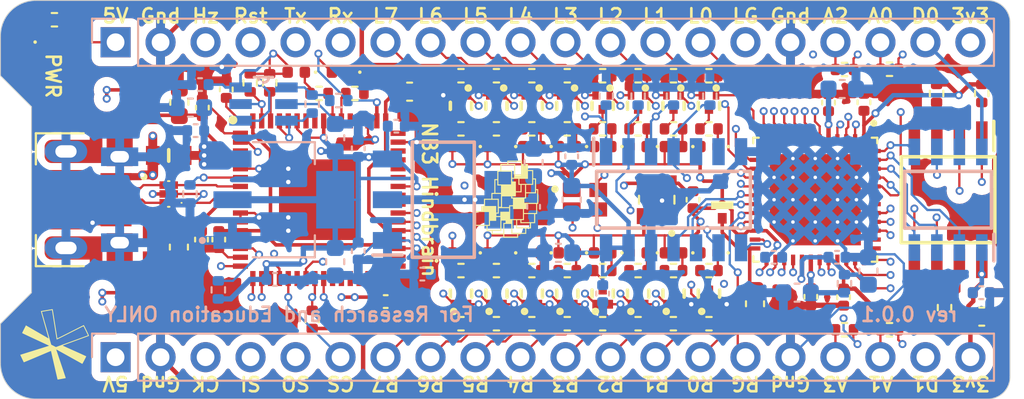
<source format=kicad_pcb>
(kicad_pcb (version 20240108) (generator "pcbnew") (generator_version "8.0")
  (title_block (title "NB3 Hindbrain") (date "2023-08-29") (rev "0.0.1") (company "Voight-Kampff") (comment 1 "57 mm x 22.5 mm"))
  (layers (0 "F.Cu" signal) (1 "In1.Cu" power) (2 "In2.Cu" power) (31 "B.Cu" signal) (34 "B.Paste" user) (35 "F.Paste" user) (36 "B.SilkS" user "B.Silkscreen") (37 "F.SilkS" user "F.Silkscreen") (38 "B.Mask" user) (39 "F.Mask" user) (44 "Edge.Cuts" user))
  (net 0 "")
  (net 1 "/FT_VPHY")
  (net 2 "/FT_VPLL")
  (net 3 "/IOB_4A")
  (net 4 "/IOB_2A")
  (net 5 "/IOB_0A")
  (net 6 "/IOB_5B")
  (net 7 "Net-(D3-K)")
  (net 8 "Net-(IC1-REF)")
  (net 9 "Net-(IC1-RESET#)")
  (net 10 "+5V")
  (net 11 "/USB_DN")
  (net 12 "/USB_DP")
  (net 13 "Net-(D1-K)")
  (net 14 "GND")
  (net 15 "/CLK_12MHz")
  (net 16 "+1V2")
  (net 17 "+3V3")
  (net 18 "+1V8")
  (net 19 "/RGB2")
  (net 20 "/RGB1")
  (net 21 "/RGB0")
  (net 22 "/FPGA_SCLK")
  (net 23 "/FLASH_MOSI")
  (net 24 "/IOT_48B")
  (net 25 "/FLASH_MISO")
  (net 26 "/IOT_44B")
  (net 27 "/IOT_43A")
  (net 28 "/EECLK")
  (net 29 "/EECS")
  (net 30 "/IOT_42B")
  (net 31 "/IOT_41A")
  (net 32 "/IOT_38B")
  (net 33 "Net-(D2-K)")
  (net 34 "/IOT_39A")
  (net 35 "/IOT_36B")
  (net 36 "/FPGA_CS")
  (net 37 "/CRESET")
  (net 38 "/UART_Tx")
  (net 39 "/UART_Rx")
  (net 40 "/Rx_LED")
  (net 41 "/Tx_LED")
  (net 42 "/EEDATA")
  (net 43 "/USB_DN_preESD")
  (net 44 "/USB_DP_preESD")
  (net 45 "Net-(D6-K)")
  (net 46 "/IOB_22A")
  (net 47 "/IOB_20A")
  (net 48 "/IOB_18A")
  (net 49 "/IOB_16A")
  (net 50 "/IOB_25B_G3")
  (net 51 "/CDONE")
  (net 52 "/IOB_13B")
  (net 53 "/IOB_8A")
  (net 54 "/IOB_9B")
  (net 55 "/IOB_6A")
  (net 56 "Net-(D7-K)")
  (net 57 "/IOT_37A")
  (net 58 "/IOB_3B_G6")
  (net 59 "/USB_5V")
  (net 64 "/FLASH_WP")
  (net 65 "/FLASH_HOLD")
  (net 68 "Net-(IC4-CH0)")
  (net 69 "Net-(IC4-CH1)")
  (net 70 "Net-(IC4-CH2)")
  (net 71 "Net-(IC4-CH3)")
  (net 72 "Net-(D8-K)")
  (net 73 "Net-(D9-K)")
  (net 74 "Net-(D10-K)")
  (net 75 "Net-(D11-K)")
  (net 77 "Net-(U1-DO)")
  (net 79 "Net-(IC2-VPP_2V5)")
  (net 80 "Net-(IC2-VCCPLL)")
  (net 105 "Net-(D13-K)")
  (net 106 "Net-(D14-K)")
  (net 107 "Net-(D15-K)")
  (net 108 "Net-(D16-K)")
  (net 109 "Net-(D17-K)")
  (net 110 "Net-(D18-K)")
  (net 111 "Net-(D19-K)")
  (net 112 "Net-(D20-K)")
  (net 113 "Net-(D21-K)")
  (net 114 "Net-(D12-K)")
  (net 116 "/IOB_31B")
  (net 117 "/IOB_29B")
  (net 118 "/IOB_23B")
  (net 119 "/A_out_1")
  (net 120 "/A_out_0")
  (net 121 "/A_in_2")
  (net 122 "/A_in_0")
  (net 123 "/A_in_3")
  (net 124 "/A_in_1")
  (net 125 "Net-(Q1-D)")
  (net 126 "Net-(Q2-D)")
  (net 127 "Net-(Q3-D)")
  (net 128 "Net-(Q4-D)")
  (net 129 "Net-(Q5-D)")
  (net 130 "Net-(Q6-D)")
  (net 131 "Net-(Q7-D)")
  (net 132 "Net-(Q8-D)")
  (net 133 "Net-(Q9-D)")
  (net 134 "Net-(Q10-D)")
  (net 135 "Net-(Q11-D)")
  (net 136 "Net-(Q12-D)")
  (net 137 "Net-(Q13-D)")
  (net 138 "Net-(Q14-D)")
  (net 139 "Net-(Q15-D)")
  (net 140 "Net-(Q16-D)")
  (footprint "Resistor_SMD:R_0402_1005Metric" (layer "F.Cu") (at 116.58 73.01 180)
    (property "Reference" "R48" (hide yes))
    (property "Value" "3M3" (hide yes))
  )
  (footprint "LED_SMD:LED_0402_1005Metric" (layer "F.Cu") (at 114.58 83.01 180)
    (property "Reference" "D17" (hide yes))
    (property "Value" "LED (R)" (hide yes))
  )
  (footprint "Resistor_SMD:R_0402_1005Metric" (layer "F.Cu") (at 104.58 87.01 180)
    (property "Reference" "R17" (hide yes))
    (property "Value" "3M3" (hide yes))
  )
  (footprint "NB3_hindbrain:ESD_Diodes_PRTR5V0U2F-115" (layer "F.Cu") (at 88.08 79.685 90)
    (property "Reference" "D4" (hide yes))
    (property "Value" "PRTR5V0U2F,115" (hide yes))
  )
  (footprint "Resistor_SMD:R_0402_1005Metric" (layer "F.Cu") (at 106.58 76.01 180)
    (property "Reference" "R30" (hide yes))
    (property "Value" "330" (hide yes))
  )
  (footprint "NB3_hindbrain:RGB_CLMVC-FKA-CLBDGL7LBB79353" (layer "F.Cu") (at 111.58 80.01 180)
    (property "Reference" "RGB1" (hide yes))
    (property "Value" "CLMVC-FKA-CLBDGL7LBB79353" (hide yes))
  )
  (footprint "Resistor_SMD:R_0402_1005Metric" (layer "F.Cu") (at 98.59 74.01 180)
    (property "Reference" "R8" (hide yes))
    (property "Value" "330" (hide yes))
  )
  (footprint "Resistor_SMD:R_0402_1005Metric" (layer "F.Cu") (at 110.58 87.01 180)
    (property "Reference" "R37" (hide yes))
    (property "Value" "3M3" (hide yes))
  )
  (footprint "Resistor_SMD:R_0402_1005Metric" (layer "F.Cu") (at 110.58 76.01 180)
    (property "Reference" "R38" (hide yes))
    (property "Value" "330" (hide yes))
  )
  (footprint "Resistor_SMD:R_0402_1005Metric" (layer "F.Cu") (at 114.58 84.01 180)
    (property "Reference" "R47" (hide yes))
    (property "Value" "330" (hide yes))
  )
  (footprint "NB3_hindbrain:FB_BLM18HE152SN1D" (layer "F.Cu") (at 87.105 82.695 -90)
    (property "Reference" "FB2" (hide yes))
    (property "Value" "FB_BLM18HE152SN1D" (hide yes))
  )
  (footprint "NB3_hindbrain:MOSFET_Nch_SOT-723_RUM001L02T2CL" (layer "F.Cu") (at 108.58 85.51)
    (property "Reference" "Q6" (hide yes))
    (property "Value" "RUM001L02T2CL" (hide yes))
  )
  (footprint "NB3_hindbrain:MOSFET_Nch_SOT-723_RUM001L02T2CL" (layer "F.Cu") (at 114.58 74.51 180)
    (property "Reference" "Q11" (hide yes))
    (property "Value" "RUM001L02T2CL" (hide yes))
  )
  (footprint "NB3_hindbrain:FPGA_ICE40UP5K-SG48I" (layer "F.Cu") (at 124.58 80.01 -90)
    (property "Reference" "IC2" (hide yes))
    (property "Value" "FPGA_ICE40UP5K-SG48I")
  )
  (footprint "LED_SMD:LED_0402_1005Metric" (layer "F.Cu") (at 104.58 83.01 180)
    (property "Reference" "D7" (hide yes))
    (property "Value" "LED (R)" (hide yes))
  )
  (footprint "Resistor_SMD:R_0402_1005Metric" (layer "F.Cu") (at 108.58 73.01 180)
    (property "Reference" "R32" (hide yes))
    (property "Value" "3M3" (hide yes))
  )
  (footprint "Resistor_SMD:R_0402_1005Metric" (layer "F.Cu") (at 116.58 84.01 180)
    (property "Reference" "R51" (hide yes))
    (property "Value" "330" (hide yes))
  )
  (footprint "LED_SMD:LED_0402_1005Metric" (layer "F.Cu") (at 108.58 83.01 180)
    (property "Reference" "D11" (hide yes))
    (property "Value" "LED (R)" (hide yes))
  )
  (footprint "NB3_hindbrain:MOSFET_Nch_SOT-723_RUM001L02T2CL" (layer "F.Cu") (at 110.58 85.51)
    (property "Reference" "Q8" (hide yes))
    (property "Value" "RUM001L02T2CL" (hide yes))
  )
  (footprint "Resistor_SMD:R_0402_1005Metric" (layer "F.Cu") (at 92.68 73.41 -90)
    (property "Reference" "R2" (hide yes))
    (property "Value" "10k" (hide yes))
  )
  (footprint "Capacitor_SMD:C_0402_1005Metric" (layer "F.Cu") (at 125.33 74.53 -90)
    (property "Reference" "C38" (hide yes))
    (property "Value" "100nF" (hide yes))
  )
  (footprint "LED_SMD:LED_0402_1005Metric" (layer "F.Cu") (at 108.58 77.01 180)
    (property "Reference" "D10" (hide yes))
    (property "Value" "LED (B)" (hide yes))
  )
  (footprint "Resistor_SMD:R_0402_1005Metric" (layer "F.Cu") (at 118.58 76.01 180)
    (property "Reference" "R54" (hide yes))
    (property "Value" "330" (hide yes))
  )
  (footprint "Resistor_SMD:R_0402_1005Metric" (layer "F.Cu") (at 104.58 76.01 180)
    (property "Reference" "R18" (hide yes))
    (property "Value" "330" (hide yes))
  )
  (footprint "LED_SMD:LED_0402_1005Metric" (layer "F.Cu") (at 110.58 83.01 180)
    (property "Reference" "D13" (hide yes))
    (property "Value" "LED (R)" (hide yes))
  )
  (footprint "Resistor_SMD:R_0402_1005Metric" (layer "F.Cu") (at 118.58 87.01 180)
    (property "Reference" "R53" (hide yes))
    (property "Value" "3M3" (hide yes))
  )
  (footprint "Resistor_SMD:R_0402_1005Metric" (layer "F.Cu") (at 112.58 84.01 180)
    (property "Reference" "R43" (hide yes))
    (property "Value" "330" (hide yes))
  )
  (footprint "Capacitor_SMD:C_0402_1005Metric" (layer "F.Cu") (at 91.33 73.78 -90)
    (property "Reference" "C7" (hide yes))
    (property "Value" "100nF" (hide yes))
  )
  (footprint "Capacitor_SMD:C_0603_1608Metric" (layer "F.Cu") (at 133.98 86.61)
    (property "Reference" "C32" (hide yes))
    (property "Value" "10uF" (hide yes))
  )
  (footprint "Resistor_SMD:R_0402_1005Metric" (layer "F.Cu") (at 131.43 74.01 -90)
    (property "Reference" "R12" (hide yes))
    (property "Value" "10k" (hide yes))
  )
  (footprint "NB3_hindbrain:Osc_12MHz_ECS-2520MV-120-BN-TR" (layer "F.Cu") (at 115.63 80.01 90)
    (property "Reference" "Y1" (hide yes))
    (property "Value" "Osc_12MHz_ECS-2520MV-120-BN-TR" (hide yes))
  )
  (footprint "Capacitor_SMD:C_0402_1005Metric" (layer "F.Cu") (at 90.905 82.26 90)
    (property "Reference" "C11" (hide yes))
    (property "Value" "100nF" (hide yes))
  )
  (footprint "NB3_hindbrain:Logo_NBB_5mm" (layer "F.Cu") (at 107.28 80.01 -90)
    (property "Reference" "G1" (hide yes))
    (property "Value" "LOGO" (hide yes))
  )
  (footprint "NB3_hindbrain:NOR_Flash_W25Q32JVSSIQ" (layer "F.Cu") (at 132.08 80.01 -90)
    (property "Reference" "IC3" (hide yes))
    (property "Value" "NOR_Flash_W25Q32JVSSIQ" (hide yes))
  )
  (footprint "NB3_hindbrain:MOSFET_Nch_SOT-723_RUM001L02T2CL" (layer "F.Cu") (at 118.58 85.51)
    (property "Reference" "Q16" (hide yes))
    (property "Value" "RUM001L02T2CL" (hide yes))
  )
  (footprint "Resistor_SMD:R_0402_1005Metric" (layer "F.Cu") (at 104.58 73.01 180)
    (property "Reference" "R16" (hide yes))
    (property "Value" "3M3" (hide yes))
  )
  (footprint "Resistor_SMD:R_0402_1005Metric" (layer "F.Cu") (at 128.7724 87.3506 180)
    (property "Reference" "R24" (hide yes))
    (property "Value" "17k")
  )
  (footprint "Resistor_SMD:R_0402_1005Metric" (layer "F.Cu") (at 126.2324 87.3506 180)
    (property "Reference" "R28" (hide yes))
    (property "Value" "17k")
  )
  (footprint "Resistor_SMD:R_0402_1005Metric" (layer "F.Cu") (at 104.58 84.01 180)
    (property "Reference" "R19" (hide yes))
    (property "Value" "330" (hide yes))
  )
  (footprint "NB3_hindbrain:MOSFET_Nch_SOT-723_RUM001L02T2CL" (layer "F.Cu") (at 118.58 74.51 180)
    (property "Reference" "Q15" (hide yes))
    (property "Value" "RUM001L02T2CL" (hide yes))
  )
  (footprint "NB3_hindbrain:MOSFET_Nch_SOT-723_RUM001L02T2CL" (layer "F.Cu") (at 112.58 74.51 180)
    (property "Reference" "Q9" (hide yes))
    (property "Value" "RUM001L02T2CL" (hide yes))
  )
  (footprint "Resistor_SMD:R_0402_1005Metric" (layer "F.Cu") (at 93.78 73.41 -90)
    (property "Reference" "R4" (hide yes))
    (property "Value" "10k" (hide yes))
  )
  (footprint "LED_SMD:LED_0402_1005Metric" (layer "F.Cu") (at 118.58 77.01 180)
    (property "Reference" "D20" (hide yes))
    (property "Value" "LED (B)" (hide yes))
  )
  (footprint "NB3_hindbrain:MicroUSB_10103594-0001LF" (layer "F.Cu") (at 82.28 80.01 -90)
    (property "Reference" "J1" (hide yes))
    (property "Value" "MicroUSB_10103594-0001LF" (hide yes))
  )
  (footprint "LED_SMD:LED_0402_1005Metric" (layer "F.Cu") (at 112.58 77.01 180)
    (property "Reference" "D14" (hide yes))
    (property "Value" "LED (B)" (hide yes))
  )
  (footprint "NB3_hindbrain:MOSFET_Nch_SOT-723_RUM001L02T2CL" (layer "F.Cu") (at 110.58 74.51 180)
    (property "Reference" "Q7" (hide yes))
    (property "Value" "RUM001L02T2CL" (hide yes))
  )
  (footprint "NB3_hindbrain:FB_BLM18HE152SN1D" (layer "F.Cu") (at 87.105 74.51 90)
    (property "Reference" "FB1" (hide yes))
    (property "Value" "FB_BLM18HE152SN1D" (hide yes))
  )
  (footprint "Resistor_SMD:R_0402_1005Metric" (layer "F.Cu") (at 81.628 69.85)
    (property "Reference" "R7" (hide yes))
    (property "Value" "330" (hide yes))
  )
  (footprint "Resistor_SMD:R_0402_1005Metric" (layer "F.Cu") (at 126.2324 72.66 180)
    (property "Reference" "R26" (hide yes))
    (property "Value" "17k")
  )
  (footprint "LED_SMD:LED_0402_1005Metric" (layer "F.Cu") (at 112.58 83.01 180)
    (property "Reference" "D15" (hide yes))
    (property "Value" "LED (R)" (hide yes))
  )
  (footprint "LED_SMD:LED_0402_1005Metric" (layer "F.Cu") (at 110.58 77.01 180)
    (property "Reference" "D12" (hide yes))
    (property "Value" "LED (B)" (hide yes))
  )
  (footprint "Capacitor_SMD:C_0402_1005Metric" (layer "F.Cu") (at 126.18 85.51 90)
    (property "Reference" "C12" (hide yes))
    (property "Value" "100nF" (hide yes))
  )
  (footprint "NB3_hindbrain:MOSFET_Nch_SOT-723_RUM001L02T2CL" (layer "F.Cu") (at 106.58 74.51 180)
    (property "Reference" "Q3" (hide yes))
    (property "Value" "RUM001L02T2CL" (hide yes))
  )
  (footprint "Capacitor_SMD:C_0402_1005Metric" (layer "F.Cu") (at 100.33 85.76 180)
    (property "Reference" "C28" (hide yes))
    (property "Value" "100nF")
  )
  (footprint "LED_SMD:LED_0402_1005Metric" (layer "F.Cu") (at 97.78 72.81 180)
    (property "Reference" "D2" (hide yes))
    (property "Value" "LED (B)" (hide yes))
  )
  (footprint "Resistor_SMD:R_0402_1005Metric" (layer "F.Cu") (at 131.88 86.1 -90)
    (property "Reference" "R15" (hide yes))
    (property "Value" "10k")
  )
  (footprint "NB3_hindbrain:MOSFET_Nch_SOT-723_RUM001L02T2CL" (layer "F.Cu") (at 108.58 74.51 180)
    (property "Reference" "Q5" (hide yes))
    (property "Value" "RUM001L02T2CL" (hide yes))
  )
  (footprint "NB3_hindbrain:PTC_MF-FSMF035X-2" (layer "F.Cu") (at 88.08 77.51)
    (property "Reference" "F1" (hide yes))
    (property "Value" "MF-FSMF035X-2" (hide yes))
  )
  (footprint "Resistor_SMD:R_0402_1005Metric" (layer "F.Cu") (at 133.98 74.01 -90)
    (property "Reference" "R13" (hide yes))
    (property "Value" "10k" (hide yes))
  )
  (footprint "NB3_hindbrain:MOSFET_Nch_SOT-723_RUM001L02T2CL" (layer "F.Cu") (at 114.58 85.51)
    (property "Reference" "Q12" (hide yes))
    (property "Value" "RUM001L02T2CL" (hide yes))
  )
  (footprint "Resistor_SMD:R_0402_1005Metric" (layer "F.Cu") (at 118.58 84.01 180)
    (property "Reference" "R55" (hide yes))
    (property "Value" "330" (hide yes))
  )
  (footprint "Resistor_SMD:R_0402_1005Metric" (layer "F.Cu") (at 114.58 73.01 180)
    (property "Reference" "R44" (hide yes))
    (property "Value" "3M3" (hide yes))
  )
  (footprint "Resistor_SMD:R_0402_1005Metric" (layer "F.Cu") (at 110.58 73.01 180)
    (property "Reference" "R36" (hide yes))
    (property "Value" "3M3" (hide yes))
  )
  (footprint "Resistor_SMD:R_0402_1005Metric" (layer "F.Cu") (at 106.58 87.01 180)
    (property "Reference" "R21" (hide yes))
    (property "Value" "3M3" (hide yes))
  )
  (footprint "Resistor_SMD:R_0402_1005Metric" (layer "F.Cu") (at 116.57 87.01 180)
    (property "Reference" "R49" (hide yes))
    (property "Value" "3M3" (hide yes))
  )
  (footprint "LED_SMD:LED_0402_1005Metric" (layer "F.Cu") (at 116.58 83.01 180)
    (property "Reference" "D19" (hide yes))
    (property "Value" "LED (R)" (hide yes))
  )
  (footprint "LED_SMD:LED_0402_1005Metric" (layer "F.Cu") (at 106.58 83.01 180)
    (property "Reference" "D9" (hide yes))
    (property "Value" "LED (R)" (hide yes))
  )
  (footprint "Resistor_SMD:R_0402_1005Metric" (layer "F.Cu") (at 118.58 73.01 180)
    (property "Reference" "R52" (hide yes))
    (property "Value" "3M3" (hide yes))
  )
  (footprint "Resistor_SMD:R_0402_1005Metric" (layer "F.Cu") (at 106.58 73.01 180)
    (property "Reference" "R20" (hide yes))
    (property "Value" "3M3" (hide yes))
  )
  (footprint "Resistor_SMD:R_0402_1005Metric" (layer "F.Cu") (at 96.57 74.01)
    (property "Reference" "R9" (hide yes))
    (property "Value" "330" (hide yes))
  )
  (footprint "Resistor_SMD:R_0402_1005Metric" (layer "F.Cu") (at 106.58 84.01 180)
    (property "Reference" "R31" (hide yes))
    (property "Value" "330" (hide yes))
  )
  (footprint "Resistor_SMD:R_0402_1005Metric" (layer "F.Cu") (at 108.58 87.01 180)
    (property "Reference" "R33" (hide yes))
    (property "Value" "3M3" (hide yes))
  )
  (footprint "NB3_hindbrain:USBtoSerial_FT2232HQ" (layer "F.Cu") (at 96.58 80.01)
    (property "Reference" "IC1" (hide yes))
    (property "Value" "FT2232HQ" (hide yes))
  )
  (footprint "Resistor_SMD:R_0402_1005Metric" (layer "F.Cu") (at 108.58 76.01 180)
    (property "Reference" "R34" (hide yes))
    (property "Value" "330" (hide yes))
  )
  (footprint "Capacitor_SMD:C_0402_1005Metric" (layer "F.Cu") (at 133.96 85.26 180)
    (property "Reference" "C24" (hide yes))
    (property "Value" "100nF" (hide yes))
  )
  (footprint "Resistor_SMD:R_0402_1005Metric" (layer "F.Cu") (at 114.58 87.01 180)
    (property "Reference" "R45" (hide yes))
    (property "Value" "3M3" (hide yes))
  )
  (footprint "Capacitor_SMD:C_0603_1608Metric" (layer "F.Cu") (at 88.655 82.685 -90)
    (property "Reference" "C13" (hide yes))
    (property "Value" "4.7uF" (hide yes))
  )
  (footprint "Capacitor_SMD:C_0402_1005Metric" (layer "F.Cu") (at 127.33 74.51 -90)
    (property "Reference" "C10" (hide yes))
    (property "Value" "100nF" (hide yes))
  )
  (footprint "LED_SMD:LED_0402_1005Metric" (layer "F.Cu") (at 118.58 83.01 180)
    (property "Reference" "D21" (hide yes))
    (property "Value" "LED (R)" (hide yes))
  )
  (footprint "NB3_hindbrain:MOSFET_Nch_SOT-723_RUM001L02T2CL" (layer "F.Cu") (at 112.58 85.51)
    (property "Reference" "Q10" (hide yes))
    (property "Value" "RUM001L02T2CL" (hide yes))
  )
  (footprint "Capacitor_SMD:C_0402_1005Metric" (layer "F.Cu") (at 89.98 74.81 90)
    (property "Reference" "C1" (hide yes))
    (property "Value" "100nF" (hide yes))
  )
  (footprint "NB3_hindbrain:MOSFET_Nch_SOT-723_RUM001L02T2CL" (layer "F.Cu") (at 104.58 74.51 180)
    (property "Reference" "Q1" (hide yes))
    (property "Value" "RUM001L02T2CL" (hide yes))
  )
  (footprint "Resistor_SMD:R_0402_1005Metric" (layer "F.Cu") (at 108.58 84.01 180)
    (property "Reference" "R35" (hide yes))
    (property "Value" "330" (hide yes))
  )
  (footprint "LED_SMD:LED_0402_1005Metric" (layer "F.Cu") (at 95.28 72.81 180)
    (property "Reference" "D3" (hide yes))
    (property "Value" "LED (R)" (hide yes))
  )
  (footprint "Resistor_SMD:R_0402_1005Metric" (layer "F.Cu") (at 112.58 76.01 180)
    (property "Reference" "R42" (hide yes))
    (property "Value" "330" (hide yes))
  )
  (footprint "Capacitor_SMD:C_0603_1608Metric" (layer "F.Cu") (at 88.68 74.51 90)
    (property "Reference" "C5" (hide yes))
    (property "Value" "4.7uF" (hide yes))
  )
  (footprint "NB3_hindbrain:Diode_1N4148WS-7-F" (layer "F.Cu") (at 119.33 80.01 90)
    (property "Reference" "D5" (hide yes))
    (property "Value" "Diode_1N4148WS-7-F")
  )
  (footprint "Resistor_SMD:R_0402_1005Metric" (layer "F.Cu") (at 112.58 73.01 180)
    (property "Reference" "R40" (hide yes))
    (property "Value" "3M3" (hide yes))
  )
  (footprint "Resistor_SMD:R_0402_1005Metric" (layer "F.Cu") (at 110.58 84.01 180)
    (property "Reference" "R39" (hide yes))
    (property "Value" "330" (hide yes))
  )
  (footprint "Capacitor_SMD:C_0402_1005Metric" (layer "F.Cu") (at 117.68 80.01 90)
    (property "Reference" "C26" (hide yes))
    (property "Value" "100nF")
  )
  (footprint "Resistor_SMD:R_0402_1005Metric" (layer "F.Cu") (at 112.58 87.01 180)
    (property "Reference" "R41" (hide yes))
    (property "Value" "3M3" (hide yes))
  )
  (footprint "NB3_hindbrain:Logo_VK_5mm" (layer "F.Cu") (at 81.58 88.26 -90)
    (property "Reference" "G2" (hide yes))
    (property "Value" "Logo_VK" (hide yes))
  )
  (footprint "Capacitor_SMD:C_0402_1005Metric" (layer "F.Cu") (at 89.93 82.26 -90)
    (property "Reference" "C9" (hide yes))
    (property "Value" "100nF" (hide yes))
  )
  (footprint "Capacitor_SMD:C_0402_1005Metric" (layer "F.Cu") (at 124.33 85.49 90)
    (property "Reference" "C37" (hide yes))
    (property "Value" "100nF" (hide yes))
  )
  (footprint "Resistor_SMD:R_0402_1005Metric" (layer "F.Cu") (at 128.7724 72.644 180)
    (property "Reference" "R22" (hide yes))
    (property "Value" "17k")
  )
  (footprint "NB3_hindbrain:MOSFET_Nch_SOT-723_RUM001L02T2CL" (layer "F.Cu") (at 104.58 85.51)
    (property "Reference" "Q2" (hide yes))
    (property "Value" "RUM001L02T2CL" (hide yes))
  )
  (footprint "NB3_hindbrain:MOSFET_Nch_SOT-723_RUM001L02T2CL" (layer "F.Cu") (at 116.58 74.51 180)
    (property "Reference" "Q13" (hide yes))
    (property "Value" "RUM001L02T2CL" (hide yes))
  )
  (footprint "Resistor_SMD:R_0402_1005Metric" (layer "F.Cu") (at 96.18 86.77 90)
    (property "Reference" "R11" (hide yes))
    (property "Value" "10k" (hide yes))
  )
  (footprint "LED_SMD:LED_0402_1005Metric" (layer "F.Cu") (at 106.58 77.01 180)
    (property "Reference" "D8" (hide yes))
    (property "Value" "LED (B)" (hide yes))
  )
  (footprint "NB3_hindbrain:MOSFET_Nch_SOT-723_RUM001L02T2CL" (layer "F.Cu") (at 116.58 85.51)
    (property "Reference" "Q14" (hide yes))
    (property "Value" "RUM001L02T2CL" (hide yes))
  )
  (footprint "LED_SMD:LED_0402_1005Metric" (layer "F.Cu") (at 104.58 77.01 180)
    (property "Reference" "D6" (hide yes))
    (property "Value" "LED (B)" (hide yes))
  )
  (footprint "Capacitor_SMD:C_0603_1608Metric" (layer "F.Cu") (at 101.68 73.91)
    (property "Reference" "C18" (hide yes))
    (property "Value" "4.7uF" (hide yes))
  )
  (footprint "LED_SMD:LED_0402_1005Metric" (layer "F.Cu") (at 116.58 77.01 180)
    (property "Reference" "D18" (hide yes))
    (property "Value" "LED (B)" (hide yes))
  )
  (footprint "LED_SMD:LED_0402_1005Metric" (layer "F.Cu") (at 114.58 77.01 180)
    (property "Reference" "D16" (hide yes))
    (property "Value" "LED (B)" (hide yes))
  )
  (footprint "Resistor_SMD:R_0402_1005Metric" (layer "F.Cu") (at 116.58 76.01 180)
    (property "Reference" "R50" (hide yes))
    (property "Value" "330" (hide yes))
  )
  (footprint "Capacitor_SMD:C_0603_1608Metric" (layer "F.Cu") (at 121.18 85.885 -90)
    (property "Reference" "C25" (hide yes))
    (property "Value" "4.7uF")
  )
  (footprint "NB3_hindbrain:MOSFET_Nch_SOT-723_RUM001L02T2CL" (layer "F.Cu") (at 106.58 85.51)
    (property "Reference" "Q4" (hide yes))
    (property "Value" "RUM001L02T2CL" (hide yes))
  )
  (footprint "LED_SMD:LED_0402_1005Metric" (layer "F.Cu") (at 81.628 71.11)
    (property "Reference" "D1" (hide yes))
    (property "Value" "LED (W)" (hide yes))
  )
  (footprint "Resistor_SMD:R_0402_1005Metric" (layer "F.Cu") (at 114.58 76.01 180)
    (property "Reference" "R46" (hide yes))
    (property "Value" "330" (hide yes))
  )
  (footprint "Resistor_SMD:R_0402_1005Metric" (layer "B.Cu") (at 90.88 85.1 90)
    (property "Reference" "R6" (hide yes))
    (property "Value" "1k" (hide yes))
  )
  (footprint "Capacitor_SMD:C_0603_1608Metric" (layer "B.Cu") (at 97.48 76.51 90)
    (property "Reference" "C14" (hide yes))
    (property "Value" "10uF" (hide yes))
  )
  (footprint "Connector_PinHeader_2.54mm:PinHeader_1x20_P2.54mm_Vertical" (layer "B.Cu") (at 85.08 88.9 -90)
    (property "Reference" "J3" (hide yes))
    (property "Value" "Conn_01x20_Pin" (hide yes))
  )
  (footprint "Resistor_SMD:R_0402_1005Metric" (layer "B.Cu") (at 118.63 74.16 -90)
    (property "Reference" "R29" (hide yes))
    (property "Value" "33k")
  )
  (footprint "NB3_hindbrain:EEPROM_93LC56BT-I-OT" (layer "B.Cu") (at 93.43 74.61 180)
    (property "Reference" "U1" (hide yes))
    (property "Value" "EEPROM_93LC56BT-I-OT" (hide yes))
  )
  (footprint "Capacitor_SMD:C_0402_1005Metric" (layer "B.Cu") (at 100.93 75.86 180)
    (property "Reference" "C2" (hide yes))
    (property "Value" "100nF" (hide yes))
  )
  (footprint "Resistor_SMD:R_0402_1005Metric" (layer "B.Cu") (at 116.58 74.16 -90)
    (property "Reference" "R27" (hide yes))
    (property "Value" "33k")
  )
  (footprint "Capacitor_SMD:C_0603_1608Metric" (layer "B.Cu") (at 89.305 74.81 180)
    (property "Reference" "C15" (hide yes))
    (property "Value" "10uF" (hide yes))
  )
  (footprint "Capacitor_SMD:C_0603_1608Metric" (layer "B.Cu") (at 110.08 83.01 180)
    (property "Reference" "C30" (hide yes))
    (property "Value" "10uF")
  )
  (footprint "Capacitor_SMD:C_0603_1608Metric" (layer "B.Cu") (at 123.555 85.26 180)
    (property "Reference" "C39" (hide yes))
    (property "Value" "10uF" (hide yes))
  )
  (footprint "Capacitor_SMD:C_0402_1005Metric" (layer "B.Cu") (at 89.6 76.11 180)
    (property "Reference" "C17" (hide yes))
    (property "Value" "100nF" (hide yes))
  )
  (footprint "Capacitor_SMD:C_0402_1005Metric" (layer "B.Cu") (at 112.58 85.31 -90)
    (property "Reference" "C34" (hide yes))
    (property "Value" "100nF")
  )
  (footprint "Resistor_SMD:R_0402_1005Metric" (layer "B.Cu") (at 97.68 74.41 180)
    (property "Reference" "R1" (hide yes))
    (property "Value" "10k" (hide yes))
  )
  (footprint "NB3_hindbrain:ADC_MCP3004-I-SL" (layer "B.Cu") (at 116.58 80.01 -90)
    (property "Reference" "IC4" (hide yes))
    (property "Value" "ADC_MCP3004-I-SL" (hide yes))
  )
  (footprint "Capacitor_SMD:C_0402_1005Metric" (layer "B.Cu") (at 98.78 77.11 90)
    (property "Reference" "C16" (hide yes))
    (property "Value" "100nF" (hide yes))
  )
  (footprint "Capacitor_SMD:C_0402_1005Metric" (layer "B.Cu") (at 98.78 82.91 -90)
    (property "Reference" "C19" (hide yes))
    (property "Value" "100nF" (hide yes))
  )
  (footprint "Capacitor_SMD:C_0603_1608Metric" (layer "B.Cu") (at 97.48 83.51 -90)
    (property "Reference" "C21" (hide yes))
    (property "Value" "10uF" (hide yes))
  )
  (footprint "NB3_hindbrain:DAC_MCP4812-E-SN" (layer "B.Cu") (at 132.08 80.01 90)
    (property "Reference" "IC5" (hide yes))
    (property "Value" "MCP4812-E_SN" (hide yes))
  )
  (footprint "Resistor_SMD:R_0402_1005Metric" (layer "B.Cu") (at 126.23 84.75 90)
    (property "Reference" "R14" (hide yes))
    (property "Value" "100")
  )
  (footprint "Capacitor_SMD:C_0402_1005Metric" (layer "B.Cu") (at 122.23 83.26 180)
    (property "Reference" "C6" (hide yes))
    (property "Value" "100nF" (hide yes))
  )
  (footprint "Capacitor_SMD:C_0603_1608Metric" (layer "B.Cu") (at 126.105 73.76)
    (property "Reference" "C36" (hide yes))
    (property "Value" "10uF" (hide yes))
  )
  (footprint "Capacitor_SMD:C_0402_1005Metric" (layer "B.Cu") (at 94.08 84.51 180)
    (property "Reference" "C3" (hide yes))
    (property "Value" "100nF" (hide yes))
  )
  (footprint "Capacitor_SMD:C_0402_1005Metric" (layer "B.Cu") (at 102.4 84.21)
    (property "Reference" "C4" (hide yes))
    (property "Value" "100nF" (hide yes))
  )
  (footprint "Resistor_SMD:R_0402_1005Metric" (layer "B.Cu") (at 112.78 74.16 -90)
    (property "Reference" "R23" (hide yes))
    (property "Value" "33k")
  )
  (footprint "Resistor_SMD:R_0402_1005Metric" (layer "B.Cu") (at 89.28 79.685 90)
    (property "Reference" "R5" (hide yes))
    (property "Value" "12k (1%)" (hide yes))
  )
  (footprint "Capacitor_SMD:C_0603_1608Metric" (layer "B.Cu") (at 127.58 84.035 90)
    (property "Reference" "C29" (hide yes))
    (property "Value" "4.7uF")
  )
  (footprint "Capacitor_SMD:C_0402_1005Metric" (layer "B.Cu") (at 133.95 85.26)
    (property "Reference" "C33" (hide yes))
    (property "Value" "100nF")
  )
  (footprint "Capacitor_SMD:C_0402_1005Metric" (layer "B.Cu") (at 110.83 77.56 90)
    (property "Reference" "C31" (hide yes))
    (property "Value" "100nF")
  )
  (footprint "Capacitor_SMD:C_0603_1608Metric" (layer "B.Cu") (at 108.68 77.91 90)
    (property "Reference" "C23" (hide yes))
    (property "Value" "10uF")
  )
  (footprint "Resistor_SMD:R_0402_1005Metric" (layer "B.Cu") (at 96.18 74.61 90)
    (property "Reference" "R3" (hide yes))
    (property "Value" "2.2k" (hide yes))
  )
  (footprint "Capacitor_SMD:C_0402_1005Metric" (layer "B.Cu") (at 108.68 80.41 -90)
    (property "Reference" "C20" (hide yes))
    (property "Value" "100nF" (hide yes))
  )
  (footprint "NB3_hindbrain:LDO_1v2_LD1117S12TR" (layer "B.Cu") (at 103.58 80.01)
    (property "Reference" "VR1" (hide yes))
    (property "Value" "LD1117S12TR" (hide yes))
  )
  (footprint "Capacitor_SMD:C_0603_1608Metric" (layer "B.Cu") (at 110.83 80.01 -90)
    (property "Reference" "C22" (hide yes))
    (property "Value" "4.7uF" (hide yes))
  )
  (footprint "NB3_hindbrain:LDO_3v3_LM1117IMPX-3.3" (layer "B.Cu") (at 94.58 80.01)
    (property "Reference" "VR2" (hide yes))
    (property "Value" "LDO_3v3_LM1117IMPX-3.3")
  )
  (footprint "Resistor_SMD:R_0402_1005Metric" (layer "B.Cu") (at 114.58 74.16 -90)
    (property "Reference" "R25" (hide yes))
    (property "Value" "33k")
  )
  (footprint "Capacitor_SMD:C_0402_1005Metric" (layer "B.Cu") (at 125.81 83.26)
    (property "Reference" "C27" (hide yes))
    (property "Value" "100nF")
  )
  (footprint "Capacitor_SMD:C_0402_1005Metric" (layer "B.Cu") (at 89.85 73.51 180)
    (property "Reference" "C8" (hide yes))
    (property "Value" "100nF" (hide yes))
  )
  (footprint "Connector_PinHeader_2.54mm:PinHeader_1x20_P2.54mm_Vertical" (layer "B.Cu") (at 85.08 71.12 -90)
    (property "Reference" "J2" (hide yes))
    (property "Value" "Conn_01x20_Pin" (hide yes))
  )
  (gr_line (start 78.58 87.01) (end 78.58 89.26) (stroke (width 0.05)) (layer "Edge.Cuts"))
  (gr_line (start 80.33 85.26) (end 78.58 87.01) (stroke (width 0.05)) (layer "Edge.Cuts"))
  (gr_arc (start 135.58 90.01) (mid 135.213883 90.893883) (end 134.33 91.26) (stroke (width 0.05)) (layer "Edge.Cuts"))
  (gr_line (start 78.58 73.01) (end 80.33 74.76) (stroke (width 0.05)) (layer "Edge.Cuts"))
  (gr_arc (start 134.33 68.76) (mid 135.213883 69.126117) (end 135.58 70.01) (stroke (width 0.05)) (layer "Edge.Cuts"))
  (gr_arc (start 80.58 91.26) (mid 79.165786 90.674214) (end 78.58 89.26) (stroke (width 0.05)) (layer "Edge.Cuts"))
  (gr_line (start 135.58 70.01) (end 135.58 90.01) (stroke (width 0.05)) (layer "Edge.Cuts"))
  (gr_line (start 78.58 70.76) (end 78.58 73.01) (stroke (width 0.05)) (layer "Edge.Cuts"))
  (gr_line (start 80.58 68.76) (end 134.33 68.76) (stroke (width 0.05)) (layer "Edge.Cuts"))
  (gr_line (start 80.33 74.76) (end 80.33 85.26) (stroke (width 0.05)) (layer "Edge.Cuts"))
  (gr_arc (start 78.58 70.76) (mid 79.165786 69.345786) (end 80.58 68.76) (stroke (width 0.05)) (layer "Edge.Cuts"))
  (gr_line (start 134.33 91.26) (end 80.58 91.26) (stroke (width 0.05)) (layer "Edge.Cuts"))
  (gr_text "rev 0.0.1" (at 129.88 86.96 0) (layer "B.SilkS") (effects (font (size 0.8 0.8) (thickness 0.15) (bold yes)) (justify bottom mirror)))
  (gr_text "For Research and Education ONLY" (at 94.88 86.96 0) (layer "B.SilkS") (effects (font (size 0.8 0.8)) (justify bottom mirror)))
  (gr_text "Gnd" (at 123.18 89.91 180) (layer "F.SilkS") (effects (font (size 0.8 0.8)) (justify bottom)))
  (gr_text "R0" (at 118.1 89.916 180) (layer "F.SilkS") (effects (font (size 0.8 0.8)) (justify bottom)))
  (gr_text "LG" (at 120.64 70.104 0) (layer "F.SilkS") (effects (font (size 0.8 0.8)) (justify bottom)))
  (gr_text "L1" (at 115.56 70.104 0) (layer "F.SilkS") (effects (font (size 0.8 0.8)) (justify bottom)))
  (gr_text "L2" (at 113.02 70.104 0) (layer "F.SilkS") (effects (font (size 0.8 0.8)) (justify bottom)))
  (gr_text "Gnd" (at 123.18 70.104 0) (layer "F.SilkS") (effects (font (size 0.8 0.8)) (justify bottom)))
  (gr_text "L6" (at 102.86 70.104 0) (layer "F.SilkS") (effects (font (size 0.8 0.8)) (justify bottom)))
  (gr_text "Gnd" (at 87.62 89.916 180) (layer "F.SilkS") (effects (font (size 0.8 0.8)) (justify bottom)))
  (gr_text "A3" (at 125.72 89.916 180) (layer "F.SilkS") (effects (font (size 0.8 0.8)) (justify bottom)))
  (gr_text "R2" (at 113.02 89.916 180) (layer "F.SilkS") (effects (font (size 0.8 0.8)) (justify bottom)))
  (gr_text "R1" (at 115.56 89.916 180) (layer "F.SilkS") (effects (font (size 0.8 0.8)) (justify bottom)))
  (gr_text "L0" (at 118.1 70.104 0) (layer "F.SilkS") (effects (font (size 0.8 0.8)) (justify bottom)))
  (gr_text "SO" (at 95.24 89.916 180) (layer "F.SilkS") (effects (font (size 0.8 0.8)) (justify bottom)))
  (gr_text "A2" (at 125.72 70.104 0) (layer "F.SilkS") (effects (font (size 0.8 0.8)) (justify bottom)))
  (gr_text "CS" (at 97.78 89.916 180) (layer "F.SilkS") (effects (font (size 0.8 0.8)) (justify bottom)))
  (gr_text "L5" (at 105.4 70.104 0) (layer "F.SilkS") (effects (font (size 0.8 0.8)) (justify bottom)))
  (gr_text "NB3 Hindbrain" (at 102.33 80.01 270) (layer "F.SilkS") (effects (font (size 0.8 0.8)) (justify bottom)))
  (gr_text "Rst" (at 92.7 70.104 0) (layer "F.SilkS") (effects (font (size 0.8 0.8)) (justify bottom)))
  (gr_text "L4" (at 107.94 70.104 0) (layer "F.SilkS") (effects (font (size 0.8 0.8)) (justify bottom)))
  (gr_text "Hz" (at 90.16 70.104 0) (layer "F.SilkS") (effects (font (size 0.8 0.8)) (justify bottom)))
  (gr_text "RG" (at 120.64 89.916 180) (layer "F.SilkS") (effects (font (size 0.8 0.8)) (justify bottom)))
  (gr_text "SI" (at 92.7 89.916 180) (layer "F.SilkS") (effects (font (size 0.8 0.8)) (justify bottom)))
  (gr_text "R6" (at 102.86 89.916 180) (layer "F.SilkS") (effects (font (size 0.8 0.8)) (justify bottom)))
  (gr_text "Gnd" (at 87.62 70.104 0) (layer "F.SilkS") (effects (font (size 0.8 0.8)) (justify bottom)))
  (gr_text "Rx" (at 97.78 70.104 0) (layer "F.SilkS") (effects (font (size 0.8 0.8)) (justify bottom)))
  (gr_text "R5" (at 105.4 89.916 180) (layer "F.SilkS") (effects (font (size 0.8 0.8)) (justify bottom)))
  (gr_text "A1" (at 128.26 89.916 180) (layer "F.SilkS") (effects (font (size 0.8 0.8)) (justify bottom)))
  (gr_text "3v3" (at 133.34 70.104 0) (layer "F.SilkS") (effects (font (size 0.8 0.8)) (justify bottom)))
  (gr_text "D1" (at 130.8 89.916 180) (layer "F.SilkS") (effects (font (size 0.8 0.8)) (justify bottom)))
  (gr_text "CK" (at 90.16 89.916 180) (layer "F.SilkS") (effects (font (size 0.8 0.8)) (justify bottom)))
  (gr_text "5V" (at 85.08 89.916 180) (layer "F.SilkS") (effects (font (size 0.8 0.8)) (justify bottom)))
  (gr_text "R4" (at 107.94 89.916 180) (layer "F.SilkS") (effects (font (size 0.8 0.8)) (justify bottom)))
  (gr_text "A0" (at 128.26 70.104 0) (layer "F.SilkS") (effects (font (size 0.8 0.8)) (justify bottom)))
  (gr_text "R3" (at 110.48 89.916 180) (layer "F.SilkS") (effects (font (size 0.8 0.8)) (justify bottom)))
  (gr_text "PWR" (at 81.08 73.01 270) (layer "F.SilkS") (effects (font (size 0.8 0.8) (thickness 0.15) (bold yes)) (justify bottom)))
  (gr_text "Tx" (at 95.24 70.11 0) (layer "F.SilkS") (effects (font (size 0.8 0.8)) (justify bottom)))
  (gr_text "3v3" (at 133.34 89.916 180) (layer "F.SilkS") (effects (font (size 0.8 0.8)) (justify bottom)))
  (gr_text "D0" (at 130.8 70.104 0) (layer "F.SilkS") (effects (font (size 0.8 0.8)) (justify bottom)))
  (gr_text "R7" (at 100.32 89.916 180) (layer "F.SilkS") (effects (font (size 0.8 0.8)) (justify bottom)))
  (gr_text "L7" (at 100.32 70.104 0) (layer "F.SilkS") (effects (font (size 0.8 0.8)) (justify bottom)))
  (gr_text "L3" (at 110.48 70.104 0) (layer "F.SilkS") (effects (font (size 0.8 0.8)) (justify bottom)))
  (gr_text "5V" (at 85.08 70.104 0) (layer "F.SilkS") (effects (font (size 0.8 0.8)) (justify bottom)))
  (segment (start 87.105 75.245) (end 89.935 75.245) (width 0.2) (layer "F.Cu") (net 1))
  (segment (start 92.13 77.76) (end 91.13 77.76) (width 0.2) (layer "F.Cu") (net 1))
  (segment (start 90.78 76.81) (end 89.98 76.01) (width 0.2) (layer "F.Cu") (net 1))
  (segment (start 90.78 77.41) (end 90.78 76.81) (width 0.2) (layer "F.Cu") (net 1))
  (segment (start 89.98 76.01) (end 89.98 75.29) (width 0.2) (layer "F.Cu") (net 1))
  (segment (start 91.13 77.76) (end 90.78 77.41) (width 0.2) (layer "F.Cu") (net 1))
  (segment (start 87.105 81.96) (end 88.605 81.96) (width 0.2) (layer "F.Cu") (net 2))
  (segment (start 90.905 80.26) (end 92.13 80.26) (width 0.2) (layer "F.Cu") (net 2))
  (segment (start 89.93 81.78) (end 89.93 81.235) (width 0.2) (layer "F.Cu") (net 2))
  (segment (start 89.93 81.235) (end 90.905 80.26) (width 0.2) (layer "F.Cu") (net 2))
  (segment (start 88.655 81.91) (end 89.8 81.91) (width 0.2) (layer "F.Cu") (net 2))
  (segment (start 127.98 77.26) (end 128.49291 77.26) (width 0.13) (layer "F.Cu") (net 3))
  (segment (start 128.822357 76.930553) (end 128.828907 76.930553) (width 0.13) (layer "F.Cu") (net 3))
  (segment (start 128.49291 77.26) (end 128.822357 76.930553) (width 0.13) (layer "F.Cu") (net 3))
  (via (at 128.828907 76.930553) (size 0.45) (drill 0.25) (layers "F.Cu" "B.Cu") (net 3))
  (segment (start 128.828907 76.930553) (end 129.795553 76.930553) (width 0.13) (layer "B.Cu") (net 3))
  (segment (start 129.795553 76.930553) (end 130.175 77.31) (width 0.13) (layer "B.Cu") (net 3))
  (segment (start 128.83688 77.51) (end 128.58688 77.76) (width 0.13) (layer "F.Cu") (net 4))
  (segment (start 128.58688 77.76) (end 127.98 77.76) (width 0.13) (layer "F.Cu") (net 4))
  (via (at 128.83688 77.51) (size 0.45) (drill 0.25) (layers "F.Cu" "B.Cu") (net 4))
  (segment (start 128.83688 77.51) (end 130.03 78.70312) (width 0.13) (layer "B.Cu") (net 4))
  (segment (start 131.60397 80.59) (end 132.715 81.70103) (width 0.13) (layer "B.Cu") (net 4))
  (segment (start 130.03 79.71) (end 130.91 80.59) (width 0.13) (layer "B.Cu") (net 4))
  (segment (start 130.91 80.59) (end 131.60397 80.59) (width 0.13) (layer "B.Cu") (net 4))
  (segment (start 130.03 78.70312) (end 130.03 79.71) (width 0.13) (layer "B.Cu") (net 4))
  (segment (start 132.715 81.70103) (end 132.715 82.71) (width 0.13) (layer "B.Cu") (net 4))
  (segment (start 128.854965 78.26) (end 127.98 78.26) (width 0.13) (layer "F.Cu") (net 5))
  (via (at 128.854965 78.26) (size 0.45) (drill 0.25) (layers "F.Cu" "B.Cu") (net 5))
  (segment (start 130.45 81.43) (end 131.3 81.43) (width 0.13) (layer "B.Cu") (net 5))
  (segment (start 129.755 79.160035) (end 129.755 80.735) (width 0.13) (layer "B.Cu") (net 5))
  (segment (start 131.3 81.43) (end 131.445 81.575) (width 0.13) (layer "B.Cu") (net 5))
  (segment (start 129.755 80.735) (end 130.45 81.43) (width 0.13) (layer "B.Cu") (net 5))
  (segment (start 128.854965 78.26) (end 129.755 79.160035) (width 0.13) (layer "B.Cu") (net 5))
  (segment (start 131.445 81.575) (end 131.445 82.71) (width 0.13) (layer "B.Cu") (net 5))
  (segment (start 128.423263 78.76) (end 127.98 78.76) (width 0.13) (layer "F.Cu") (net 6))
  (segment (start 128.83688 79.173617) (end 128.423263 78.76) (width 0.13) (layer "F.Cu") (net 6))
  (via (at 128.83688 79.173617) (size 0.45) (drill 0.25) (layers "F.Cu" "B.Cu") (net 6))
  (segment (start 129.495 81.125) (end 130.175 81.805) (width 0.13) (layer "B.Cu") (net 6))
  (segment (start 128.83688 79.173617) (end 129.495 79.831737) (width 0.13) (layer "B.Cu") (net 6))
  (segment (start 129.495 79.831737) (end 129.495 81.125) (width 0.13) (layer "B.Cu") (net 6))
  (segment (start 130.175 81.805) (end 130.175 82.71) (width 0.13) (layer "B.Cu") (net 6))
  (segment (start 95.765 73.395) (end 95.765 72.81) (width 0.13) (layer "F.Cu") (net 7))
  (segment (start 96.06 74.01) (end 96.06 73.69) (width 0.13) (layer "F.Cu") (net 7))
  (segment (start 96.06 73.69) (end 95.765 73.395) (width 0.13) (layer "F.Cu") (net 7))
  (segment (start 92.13 78.76) (end 90.055 78.76) (width 0.13) (layer "F.Cu") (net 8))
  (via (at 90.055 78.76) (size 0.45) (drill 0.25) (layers "F.Cu" "B.Cu") (net 8))
  (segment (start 90.055 78.76) (end 89.695 78.76) (width 0.13) (layer "B.Cu") (net 8))
  (segment (start 89.695 78.76) (end 89.28 79.175) (width 0.13) (layer "B.Cu") (net 8))
  (segment (start 92.83 82.76) (end 92.13 82.76) (width 0.13) (layer "F.Cu") (net 9))
  (segment (start 93.18 83.11) (end 92.83 82.76) (width 0.13) (layer "F.Cu") (net 9))
  (via (at 93.18 83.11) (size 0.45) (drill 0.25) (layers "F.Cu" "B.Cu") (net 9))
  (segment (start 93.18 83.11) (end 91.7 84.59) (width 0.13) (layer "B.Cu") (net 9))
  (segment (start 91.7 84.59) (end 90.88 84.59) (width 0.13) (layer "B.Cu") (net 9))
  (segment (start 90.08 77.51) (end 90.08 78.01) (width 0.6) (layer "F.Cu") (net 10))
  (segment (start 88.98 77.51) (end 90.08 77.51) (width 0.5) (layer "F.Cu") (net 10))
  (segment (start 90.08 77.51) (end 90.08 77.01) (width 0.6) (layer "F.Cu") (net 10))
  (via (at 90.08 77.01) (size 0.45) (drill 0.25) (layers "F.Cu" "B.Cu") (net 10))
  (via (at 90.08 78.01) (size 0.45) (drill 0.25) (layers "F.Cu" "B.Cu") (net 10))
  (via (at 90.08 77.51) (size 0.45) (drill 0.25) (layers "F.Cu" "B.Cu") (net 10))
  (segment (start 91.38 78.01) (end 91.68 77.71) (width 0.5) (layer "B.Cu") (net 10))
  (segment (start 90.98 77.01) (end 91.68 77.71) (width 0.6) (layer "B.Cu") (net 10))
  (segment (start 90.08 78.01) (end 91.38 78.01) (width 0.6) (layer "B.Cu") (net 10))
  (segment (start 90.08 77.51) (end 91.48 77.51) (width 0.6) (layer "B.Cu") (net 10))
  (segment (start 90.08 74.81) (end 90.08 76.11) (width 0.4) (layer "B.Cu") (net 10))
  (segment (start 90.08 76.11) (end 90.08 77.01) (width 0.4) (layer "B.Cu") (net 10))
  (segment (start 90.08 77.01) (end 90.98 77.01) (width 0.6) (layer "B.Cu") (net 10))
  (segment (start 90.755 79.185) (end 90.83 79.26) (width 0.13) (layer "F.Cu") (net 11))
  (segment (start 88.417 79.185) (end 90.755 79.185) (width 0.13) (layer "F.Cu") (net 11))
  (segment (start 90.83 79.26) (end 92.13 79.26) (width 0.13) (layer "F.Cu") (net 11))
  (segment (start 90.83 79.76) (end 92.13 79.76) (width 0.13) (layer "F.Cu") (net 12))
  (segment (start 88.417 80.185) (end 90.405 80.185) (width 0.13) (layer "F.Cu") (net 12))
  (segment (start 90.405 80.185) (end 90.83 79.76) (width 0.13) (layer "F.Cu") (net 12))
  (segment (start 81.118 69.85) (end 81.118 71.085) (width 0.13) (layer "F.Cu") (net 13))
  (segment (start 124.33 85.97) (end 126.16 85.97) (width 0.3) (layer "F.Cu") (net 14))
  (segment (start 114.18 74.11) (end 113.58 74.11) (width 0.13) (layer "F.Cu") (net 14))
  (segment (start 112.08 73.5) (end 112.19 73.61) (width 0.13) (layer "F.Cu") (net 14))
  (segment (start 98.98 70.01) (end 98.38 69.41) (width 0.25) (layer "F.Cu") (net 14))
  (segment (start 101.03 76.76) (end 102.08 76.76) (width 0.13) (layer "F.Cu") (net 14))
  (segment (start 108.18 74.11) (end 107.58 74.11) (width 0.13) (layer "F.Cu") (net 14))
  (segment (start 91.425 83.26) (end 90.905 82.74) (width 0.13) (layer "F.Cu") (net 14))
  (segment (start 116.18 74.11) (end 115.58 74.11) (width 0.13) (layer "F.Cu") (net 14))
  (segment (start 104.08 73.01) (end 104.08 73.5) (width 0.13) (layer "F.Cu") (net 14))
  (segment (start 99.33 76.31) (end 99.63 76.61) (width 0.13) (layer "F.Cu") (net 14))
  (segment (start 112.18 74.11) (end 111.58 74.11) (width 0.13) (layer "F.Cu") (net 14))
  (segment (start 104.19 73.61) (end 104.19 74.11) (width 0.13) (layer "F.Cu") (net 14))
  (segment (start 108.19 73.61) (end 108.19 74.11) (width 0.13) (layer "F.Cu") (net 14))
  (segment (start 83.78 81.31) (end 85.105 81.31) (width 0.3) (layer "F.Cu") (net 14))
  (segment (start 108.08 73.01) (end 108.08 73.5) (width 0.13) (layer "F.Cu") (net 14))
  (segment (start 99.63 76.61) (end 99.73 76.61) (width 0.13) (layer "F.Cu") (net 14))
  (segment (start 89.33 69.41) (end 87.62 71.12) (width 0.25) (layer "F.Cu") (net 14))
  (segment (start 91.23 76.26) (end 92.13 76.26) (width 0.13) (layer "F.Cu") (net 14))
  (segment (start 108.08 73.5) (end 108.19 73.61) (width 0.13) (layer "F.Cu") (net 14))
  (segment (start 119.58 85.91) (end 118.98 85.91) (width 0.13) (layer "F.Cu") (net 14))
  (segment (start 114.98 85.91) (end 115.58 85.91) (width 0.13) (layer "F.Cu") (net 14))
  (segment (start 91.03 75.38) (end 91.03 76.06) (width 0.13) (layer "F.Cu") (net 14))
  (segment (start 110.18 74.11) (end 109.58 74.11) (width 0.13) (layer "F.Cu") (net 14))
  (segment (start 106.18 74.11) (end 105.58 74.11) (width 0.13) (layer "F.Cu") (net 14))
  (segment (start 115.58 86.36) (end 116.07 86.85) (width 0.13) (layer "F.Cu") (net 14))
  (segment (start 116.855 79.085) (end 117.3 79.53) (width 0.2) (layer "F.Cu") (net 14))
  (segment (start 89.98 74.33) (end 91.03 75.38) (width 0.13) (layer "F.Cu") (net 14))
  (segment (start 93.18 81.01) (end 92.93 80.76) (width 0.13) (layer "F.Cu") (net 14))
  (segment (start 112.08 73.01) (end 112.08 73.5) (width 0.13) (layer "F.Cu") (net 14))
  (segment (start 99.33 75.56) (end 99.33 76.31) (width 0.13) (layer "F.Cu") (net 14))
  (segment (start 98.38 69.41) (end 89.33 69.41) (width 0.25) (layer "F.Cu") (net 14))
  (segment (start 92.93 81.26) (end 92.13 81.26) (width 0.13) (layer "F.Cu") (net 14))
  (segment (start 108.98 85.91) (end 109.58 85.91) (width 0.13) (layer "F.Cu") (net 14))
  (segment (start 107.58 85.91) (end 107.58 86.36) (width 0.13) (layer "F.Cu") (net 14))
  (segment (start 92.13 82.26) (end 91.385 82.26) (width 0.13) (layer "F.Cu") (net 14))
  (segment (start 114.08 73.01) (end 114.08 73.5) (width 0.13) (layer "F.Cu") (net 14))
  (segment (start 101.03 82.76) (end 102.08 82.76) (width 0.13) (layer "F.Cu") (net 14))
  (segment (start 92.93 80.76) (end 92.13 80.76) (width 0.13) (layer "F.Cu") (net 14))
  (segment (start 91.03 76.06) (end 91.23 76.26) (width 0.13) (layer "F.Cu") (net 14))
  (segment (start 116.355 79.085) (end 116.855 79.085) (width 0.2) (layer "F.Cu") (net 14))
  (segment (start 105.58 85.91) (end 105.58 86.36) (width 0.13) (layer "F.Cu") (net 14))
  (segment (start 106.07 73.5) (end 106.18 73.61) (width 0.13) (layer "F.Cu") (net 14))
  (segment (start 112.19 73.61) (end 112.19 74.11) (width 0.13) (layer "F.Cu") (net 14))
  (segment (start 88.417 79.685) (end 90.055 79.685) (width 0.13) (layer "F.Cu") (net 14))
  (segment (start 116.98 85.91) (end 117.58 85.91) (width 0.13) (layer "F.Cu") (net 14))
  (segment (start 89.58 83.51) (end 89.93 83.16) (width 0.13) (layer "F.Cu") (net 14))
  (segment (start 91.385 82.26) (end 90.905 82.74) (width 0.13) (layer "F.Cu") (net 14))
  (segment (start 107.58 86.36) (end 108.07 86.85) (width 0.13) (layer "F.Cu") (net 14))
  (segment (start 116.355 79.635) (end 115.93 80.06) (width 0.2) (layer "F.Cu") (net 14))
  (segment (start 104.08 73.5) (end 104.19 73.61) (width 0.13) (layer "F.Cu") (net 14))
  (segment (start 104.18 74.11) (end 103.58 74.11) (width 0.13) (layer "F.Cu") (net 14))
  (segment (start 110.98 85.91) (end 111.58 85.91) (width 0.13) (layer "F.Cu") (net 14))
  (segment (start 118.08 73.01) (end 118.08 73.5) (width 0.13) (layer "F.Cu") (net 14))
  (segment (start 99.48 72.41) (end 98.98 71.91) (width 0.25) (layer "F.Cu") (net 14))
  (segment (start 111.58 85.91) (end 111.58 86.36) (width 0.13) (layer "F.Cu") (net 14))
  (segment (start 96.83 84.46) (end 96.83 85.51) (width 0.13) (layer "F.Cu") (net 14))
  (segment (start 117.58 86.36) (end 118.07 86.85) (width 0.13) (layer "F.Cu") (net 14))
  (segment (start 102.455 73.91) (end 100.955 72.41) (width 0.25) (layer "F.Cu") (net 14))
  (segment (start 100.81 85.76) (end 100.81 86.105) (width 0.13) (layer "F.Cu") (net 14))
  (segment (start 109.58 85.91) (end 109.58 86.36) (width 0.13) (layer "F.Cu") (net 14))
  (segment (start 89.93 83.16) (end 89.93 82.74) (width 0.13) (layer "F.Cu") (net 14))
  (segment (start 106.07 73.01) (end 106.07 73.5) (width 0.13) (layer "F.Cu") (net 14))
  (segment (start 89.28 90.56) (end 87.62 88.9) (width 0.25) (layer "F.Cu") (net 14))
  (segment (start 102.82 85.76) (end 100.81 85.76) (width 0.13) (layer "F.Cu") (net 14))
  (segment (start 105.58 86.36) (end 106.07 86.85) (width 0.13) (layer "F.Cu") (net 14))
  (segment (start 116.19 73.61) (end 116.19 74.11) (width 0.13) (layer "F.Cu") (net 14))
  (segment (start 106.18 73.61) (end 106.18 74.11) (width 0.13) (layer "F.Cu") (net 14))
  (segment (start 92.13 80.76) (end 92.13 81.26) (width 0.13) (layer "F.Cu") (net 14))
  (segment (start 113.58 85.91) (end 113.58 86.36) (width 0.13) (layer "F.Cu") (net 14))
  (segment (start 104.07 87.01) (end 102.82 85.76) (width 0.13) (layer "F.Cu") (net 14))
  (segment (start 100.81 86.105) (end 99.055 87.86) (width 0.25) (layer "F.Cu") (net 14))
  (segment (start 110.07 73.01) (end 110.07 73.5) (width 0.13) (layer "F.Cu") (net 14))
  (segment (start 112.98 85.91) (end 113.58 85.91) (width 0.13) (layer "F.Cu") (net 14))
  (segment (start 118.18 74.11) (end 117.58 74.11) (width 0.13) (layer "F.Cu") (net 14))
  (segment (start 99.055 87.86) (end 99.055 89.985) (width 0.25) (layer "F.Cu") (net 14))
  (segment (start 93.18 81.01) (end 92.93 81.26) (width 0.13) (layer "F.Cu") (net 14))
  (segment (start 118.19 73.61) (end 118.19 74.11) (width 0.13) (layer "F.Cu") (net 14))
  (segment (start 89.93 82.74) (end 90.905 82.74) (width 0.13) (layer "F.Cu") (net 14))
  (segment (start 91.33 72.76) (end 91.08 72.51) (width 0.13) (layer "F.Cu") (net 14))
  (segment (start 99.055 89.985) (end 98.48 90.56) (width 0.25) (layer "F.Cu") (net 14))
  (segment (start 92.13 78.26) (end 93.18 78.26) (width 0.13) (layer "F.Cu") (net 14))
  (segment (start 111.58 86.36) (end 112.07 86.85) (width 0.13) (layer "F.Cu") (net 14))
  (segment (start 116.08 73.5) (end 116.19 73.61) (width 0.13) (layer "F.Cu") (net 14))
  (segment (start 117.3 79.53) (end 117.68 79.53) (width 0.2) (layer "F.Cu") (net 14))
  (segment (start 114.19 73.61) (end 114.19 74.11) (width 0.13) (layer "F.Cu") (net 14))
  (segment (start 82.3675 81.31) (end 83.78 81.31) (width 0.3) (layer "F.Cu") (net 14))
  (segment (start 98.48 90.56) (end 89.28 90.56) (width 0.25) (layer "F.Cu") (net 14))
  (segment (start 118.08 73.5) (end 118.19 73.61) (width 0.13) (layer "F.Cu") (net 14))
  (segment (start 104.98 85.91) (end 105.58 85.91) (width 0.13) (layer "F.Cu") (net 14))
  (segment (start 100.955 72.41) (end 99.48 72.41) (width 0.25) (layer "F.Cu") (net 14))
  (segment (start 116.08 73.01) (end 116.08 73.5) (width 0.13) (layer "F.Cu") (net 14))
  (segment (start 110.18 73.61) (end 110.18 74.11) (width 0.13) (layer "F.Cu") (net 14))
  (segment (start 92.13 83.26) (end 91.425 83.26) (width 0.13) (layer "F.Cu") (net 14))
  (segment (start 106.98 85.91) (end 107.58 85.91) (width 0.13) (layer "F.Cu") (net 14))
  (segment (start 113.58 86.36) (end 114.07 86.85) (width 0.13) (layer "F.Cu") (net 14))
  (segment (start 91.33 73.3) (end 91.33 72.76) (width 0.13) (layer "F.Cu") (net 14))
  (segment (start 114.08 73.5) (end 114.19 73.61) (width 0.13) (layer "F.Cu") (net 14))
  (segment (start 116.355 79.085) (end 116.355 79.635) (width 0.2) (layer "F.Cu") (net 14))
  (segment (start 110.07 73.5) (end 110.18 73.61) (width 0.13) (layer "F.Cu") (net 14))
  (segment (start 115.58 85.91) (end 115.58 86.36) (width 0.13) (layer "F.Cu") (net 14))
  (segment (start 88.705 83.51) (end 89.58 83.51) (width 0.13) (layer "F.Cu") (net 14))
  (segment (start 117.58 85.91) (end 117.58 86.36) (width 0.13) (layer "F.Cu") (net 14))
  (segment (start 109.58 86.36) (end 110.07 86.85) (width 0.13) (layer "F.Cu") (net 14))
  (segment (start 98.98 71.91) (end 98.98 70.01) (width 0.25) (layer "F.Cu") (net 14))
  (via (at 107.58 85.91) (size 0.45) (drill 0.25) (layers "F.Cu" "B.Cu") (net 14))
  (via (at 99.73 76.61) (size 0.45) (drill 0.25) (layers "F.Cu" "B.Cu") (net 14))
  (via (at 113.58 74.11) (size 0.45) (drill 0.25) (layers "F.Cu" "B.Cu") (net 14))
  (via (at 111.58 74.11) (size 0.45) (drill 0.25) (layers "F.Cu" "B.Cu") (net 14))
  (via (at 93.18 78.26) (size 0.45) (drill 0.25) (layers "F.Cu" "B.Cu") (net 14))
  (via (at 103.58 74.11) (size 0.45) (drill 0.25) (layers "F.Cu" "B.Cu") (net 14))
  (via (at 113.58 85.91) (size 0.45) (drill 0.25) (layers "F.Cu" "B.Cu") (net 14))
  (via (at 94.83 79.01) (size 0.45) (drill 0.25) (layers "F.Cu" "B.Cu") (net 14))
  (via (at 109.58 85.91) (size 0.45) (drill 0.25) (layers "F.Cu" "B.Cu") (net 14))
  (via (at 96.83 85.51) (size 0.45) (drill 0.25) (layers "F.Cu" "B.Cu") (net 14))
  (via (at 105.58 85.91) (size 0.45) (drill 0.25) (layers "F.Cu" "B.Cu") (net 14))
  (via (at 109.58 74.11) (size 0.45) (drill 0.25) (layers "F.Cu" "B.Cu") (net 14))
  (via (at 91.08 72.51) (size 0.45) (drill 0.25) (layers "F.Cu" "B.Cu") (net 14))
  (via (at 94.83 81.01) (size 0.45) (drill 0.25) (layers "F.Cu" "B.Cu") (net 14))
  (via (at 105.58 74.11) (size 0.45) (drill 0.25) (layers "F.Cu" "B.Cu") (net 14))
  (via (at 94.83 78.26) (size 0.45) (drill 0.25) (layers "F.Cu" "B.Cu") (net 14))
  (via (at 102.08 76.76) (size 0.45) (drill 0.25) (layers "F.Cu" "B.Cu") (net 14))
  (via (at 102.08 82.76) (size 0.45) (drill 0.25) (layers "F.Cu" "B.Cu") (net 14))
  (via (at 117.58 85.91) (size 0.45) (drill 0.25) (layers "F.Cu" "B.Cu") (net 14))
  (via (at 90.055 79.685) (size 0.45) (drill 0.25) (layers "F.Cu" "B.Cu") (net 14))
  (via (at 94.83 81.76) (size 0.45) (drill 0.25) (layers "F.Cu" "B.Cu") (net 14))
  (via (at 119.58 85.91) (size 0.45) (drill 0.25) (layers "F.Cu" "B.Cu") (net 14))
  (via (at 107.58 74.11) (size 0.45) (drill 0.25) (layers "F.Cu" "B.Cu") (net 14))
  (via (at 83.78 81.31) (size 0.45) (drill 0.25) (layers "F.Cu" "B.Cu") (net 14))
  (via (at 115.58 74.11) (size 0.45) (drill 0.25) (layers "F.Cu" "B.Cu") (net 14))
  (via (at 93.18 81.01) (size 0.45) (drill 0.25) (layers "F.Cu" "B.Cu") (net 14))
  (via (at 115.58 85.91) (size 0.45) (drill 0.25) (layers "F.Cu" "B.Cu") (net 14))
  (via (at 115.93 80.06) (size 0.45) (drill 0.25) (layers "F.Cu" "B.Cu") (net 14))
  (via (at 117.58 74.11) (size 0.45) (drill 0.25) (layers "F.Cu" "B.Cu") (net 14))
  (via (at 111.58 85.91) (size 0.45) (drill 0.25) (layers "F.Cu" "B.Cu") (net 14))
  (segment (start 129.58 84.85397) (end 128.32397 86.11) (width 0.13) (layer "B.Cu") (net 14))
  (segment (start 101.83 75.86) (end 102.08 76.11) (width 0.13) (layer "B.Cu") (net 14))
  (segment (start 101.63 82.31) (end 100.43 82.31) (width 0.13) (layer "B.Cu") (net 14))
  (segment (start 102.08 82.76) (end 101.63 82.31) (width 0.13) (layer "B.Cu") (net 14))
  (segment (start 101.41 75.86) (end 101.83 75.86) (width 0.13) (layer "B.Cu") (net 14))
  (segment (start 99.73 76.61) (end 98.8 76.61) (width 0.13) (layer "B.Cu") (net 14))
  (segment (start 129.06 83.09) (end 129.58 83.61) (width 0.13) (layer "B.Cu") (net 14))
  (segment (start 125.84 82.335) (end 126.29 82.785) (width 0.2) (layer "B.Cu") (net 14))
  (segment (start 127.75 83.09) (end 129.06 83.09) (width 0.13) (layer "B.Cu") (net 14))
  (segment (start 102.08 76.11) (end 102.08 76.76) (width 0.13) (layer "B.Cu") (net 14))
  (segment (start 122.71 82.945) (end 123.32 82.335) (width 0.2) (layer "B.Cu") (net 14))
  (segment (start 120.39 77.7105) (end 118.5905 79.51) (width 0.3) (layer "B.Cu") (net 14))
  (segment (start 129.58 83.61) (end 129.58 84.85397) (width 0.13) (layer "B.Cu") (net 14))
  (segment (start 115.93 80.06) (end 115.31 80.68) (width 0.3) (layer "B.Cu") (net 14))
  (segment (start 89.28 80.195) (end 89.545 80.195) (width 0.13) (layer "B.Cu") (net 14))
  (segment (start 98.78 83.39) (end 99.86 82.31) (width 0.13) (layer "B.Cu") (net 14))
  (segment (start 115.31 80.68) (end 115.31 82.722) (width 0.3) (layer "B.Cu") (net 14))
  (segment (start 96.53 74.61) (end 97.48 75.56) (width 0.13) (layer "B.Cu") (net 14))
  (segment (start 118.5905 79.51) (end 116.48 79.51) (width 0.3) (layer "B.Cu") (net 14))
  (segment (start 89.545 80.195) (end 90.055 79.685) (width 0.13) (layer "B.Cu") (net 14))
  (segment (start 94.7254 74.61) (end 96.53 74.61) (width 0.13) (layer "B.Cu") (net 14))
  (segment (start 116.48 79.51) (end 115.93 80.06) (width 0.3) (layer "B.Cu") (net 14))
  (segment (start 126.29 82.785) (end 126.29 83.26) (width 0.2) (layer "B.Cu") (net 14))
  (segment (start 128.32397 86.11) (end 125.97 86.11) (width 0.13) (layer "B.Cu") (net 14))
  (segment (start 125.97 86.11) (end 123.18 88.9) (width 0.13) (layer "B.Cu") (net 14))
  (segment (start 122.71 83.26) (end 122.71 82.945) (width 0.2) (layer "B.Cu") (net 14))
  (segment (start 113.78 79.21) (end 113.905 79.085) (width 0.2) (layer "F.Cu") (net 15))
  (segment (start 126.83 83.84) (end 127.25 84.26) (width 0.13) (layer "F.Cu") (net 15))
  (segment (start 92.13 76.76) (end 92.559502 76.76) (width 0.13) (layer "F.Cu") (net 15))
  (segment (start 127.25 84.26) (end 128.83 84.26) (width 0.13) (layer "F.Cu") (net 15))
  (segment (start 92.559502 76.76) (end 93.109502 77.31) (width 0.13) (layer "F.Cu") (net 15))
  (segment (start 113.905 79.085) (end 114.905 79.085) (width 0.2) (layer "F.Cu") (net 15))
  (segment (start 126.83 83.41) (end 126.83 83.84) (width 0.13) (layer "F.Cu") (net 15))
  (via (at 104.78 79.21) (size 0.45) (drill 0.25) (layers "F.Cu" "B.Cu") (net 15))
  (via (at 113.78 79.21) (size 0.45) (drill 0.25) (layers "F.Cu" "B.Cu") (net 15))
  (via (at 119.43 84.76) (size 0.45) (drill 0.25) (layers "F.Cu" "B.Cu") (net 15))
  (via (at 93.109502 77.31) (size 0.45) (drill 0.25) (layers "F.Cu" "B.Cu") (net 15))
  (via (at 128.83 84.26) (size 0.45) (drill 0.25) (layers "F.Cu" "B.Cu") (net 15))
  (segment (start 124.33 83.41) (end 124.33 84.26) (width 0.25) (layer "F.Cu") (net 16))
  (segment (start 125.33 76.61) (end 125.33 75.76) (width 0.25) (layer "F.Cu") (net 16))
  (segment (start 124.33 85.01) (end 124.33 84.26) (width 0.3) (layer "F.Cu") (net 16))
  (segment (start 125.33 75.01) (end 125.33 75.76) (width 0.3) (layer "F.Cu") (net 16))
  (via (at 124.33 84.26) (size 0.45) (drill 0.25) (layers "F.Cu" "B.Cu") (net 16))
  (via (at 105.38 80.01) (size 0.45) (drill 0.25) (layers "F.Cu" "B.Cu") (net 16))
  (via (at 104.78 80.01) (size 0.45) (drill 0.25) (layers "F.Cu" "B.Cu") (net 16))
  (via (at 125.33 75.76) (size 0.45) (drill 0.25) (layers "F.Cu" "B.Cu") (net 16))
  (segment (start 124.33 84.26) (end 124.33 85.26) (width 0.3) (layer "B.Cu") (net 16))
  (segment (start 105.38 80.01) (end 106.73 80.01) (width 0.5) (layer "B.Cu") (net 16))
  (segment (start 125.33 74.76) (end 125.33 73.76) (width 0.3) (layer "B.Cu") (net 16))
  (segment (start 104.78 80.01) (end 105.38 80.01) (width 0.5) (layer "B.Cu") (net 16))
  (segment (start 126.23 85.26) (end 124.33 85.26) (width 0.3) (layer "B.Cu") (net 16))
  (segment (start 108.68 79.93) (end 108.68 78.685) (width 0.3) (layer "B.Cu") (net 16))
  (segment (start 100.43 80.01) (end 104.78 80.01) (width 0.5) (layer "B.Cu") (net 16))
  (segment (start 125.33 75.76) (end 125.33 74.76) (width 0.3) (layer "B.Cu") (net 16))
  (segment (start 106.73 80.01) (end 108.6 80.01) (width 0.3) (layer "B.Cu") (net 16))
  (segment (start 110.08 78.01) (end 111.58 78.01) (width 0.13) (layer "F.Cu") (net 17))
  (segment (start 133.23 86.01) (end 133.5 85.74) (width 0.25) (layer "F.Cu") (net 17))
  (segment (start 119.33 80.16) (end 119.33 78.96) (width 0.2) (layer "F.Cu") (net 17))
  (segment (start 114.08 78.01) (end 116.08 78.01) (width 0.13) (layer "F.Cu") (net 17))
  (segment (start 118.9 80.49) (end 119.23 80.16) (width 0.2) (layer "F.Cu") (net 17))
  (segment (start 94.065 83.64) (end 93.6 83.64) (width 0.13) (layer "F.Cu") (net 17))
  (segment (start 108.08 82.025) (end 110.08 82.025) (width 0.13) (layer "F.Cu") (net 17))
  (segment (start 133.5 85.19) (end 133.985 84.705) (width 0.25) (layer "F.Cu") (net 17))
  (segment (start 117.78 82.025) (end 117.98 82.225) (width 0.2) (layer "F.Cu") (net 17))
  (segment (start 126.8195 85.03) (end 128.3995 86.61) (width 0.25) (layer "F.Cu") (net 17))
  (segment (start 98.11 87.28) (end 96.18 87.28) (width 0.2) (layer "F.Cu") (net 17))
  (segment (start 119.88 80.61) (end 119.88 81.648968) (width 0.2) (layer "F.Cu") (net 17))
  (segment (start 110.53 78.51) (end 110.83 78.81) (width 0.25) (layer "F.Cu") (net 17))
  (segment (start 111.58 78.01) (end 112.08 78.01) (width 0.13) (layer "F.Cu") (net 17))
  (segment (start 94.33 83.905) (end 94.065 83.64) (width 0.13) (layer "F.Cu") (net 17))
  (segment (start 114.905 80.935) (end 114.905 81.95) (width 0.2) (layer "F.Cu") (net 17))
  (segment (start 120.191032 81.96) (end 120.6 81.96) (width 0.2) (layer "F.Cu") (net 17))
  (segment (start 110.08 82.025) (end 110.08 83.01) (width 0.13) (layer "F.Cu") (net 17))
  (segment (start 125.83 83.41) (end 125.83 83.66) (width 0.2) (layer "F.Cu") (net 17))
  (segment (start 110.83 78.76) (end 111.58 78.01) (width 0.2) (layer "F.Cu") (net 17))
  (segment (start 99.83 85.74) (end 99.83 84.46) (width 0.2) (layer "F.Cu") (net 17))
  (segment (start 132.68 74.11) (end 133.29 73.5) (width 0.25) (layer "F.Cu") (net 17))
  (segment (start 94.33 84.46) (end 94.33 83.905) (width 0.13) (layer "F.Cu") (net 17))
  (segment (start 120.8 81.76) (end 121.18 81.76) (width 0.2) (layer "F.Cu") (net 17))
  (segment (start 110.08 78.01) (end 110.08 77.025) (width 0.13) (layer "F.Cu") (net 17))
  (segment (start 95.33 76.025) (end 95.815 76.51) (width 0.13) (layer "F.Cu") (net 17))
  (segment (start 122.443569 82.568669) (end 122.443569 82.373569) (width 0.2) (layer "F.Cu") (net 17))
  (segment (start 94.795 72.425) (end 94.795 72.81) (width 0.13) (layer "F.Cu") (net 17))
  (segment (start 104.095 77.995) (end 104.11 78.01) (width 0.13) (layer "F.Cu") (net 17))
  (segment (start 133.205 86.61) (end 131.88 86.61) (width 0.25) (layer "F.Cu") (net 17))
  (segment (start 117.98 81.374294) (end 118.112147 81.242147) (width 0.2) (layer "F.Cu") (net 17))
  (segment (start 108.08 82.025) (end 108.08 83.01) (width 0.13) (layer "F.Cu") (net 17))
  (segment (start 84.33 85.26) (end 84.33 85.76) (width 0.2) (layer "F.Cu") (net 17))
  (segment (start 112.08 78.01) (end 114.08 78.01) (width 0.13) (layer "F.Cu") (net 17))
  (segment (start 99.63 85.76) (end 99.38 85.51) (width 0.2) (layer "F.Cu") (net 17))
  (segment (start 117.68 80.81) (end 117.68 80.49) (width 0.2) (layer "F.Cu") (net 17))
  (segment (start 112.08 82.025) (end 114.08 82.025) (width 0.13) (layer "F.Cu") (net 17))
  (segment (start 110.08 78.01) (end 110.83 78.76) (width 0.2) (layer "F.Cu") (net 17))
  (segment (start 126.18 84.01) (end 126.18 85.03) (width 0.2) (layer "F.Cu") (net 17))
  (segment (start 106.08 78.01) (end 106.08 77.025) (width 0.13) (layer "F.Cu") (net 17))
  (segment (start 86.83 85.26) (end 84.33 85.26) (width 0.2) (layer "F.Cu") (net 17))
  (segment (start 133.985 84.705) (end 133.985 83.61) (width 0.25) (layer "F.Cu") (net 17))
  (segment (start 114.905 81.95) (end 114.98 82.025) (width 0.13) (layer "F.Cu") (net 17))
  (segment (start 116.08 78.01) (end 116.08 77.025) (width 0.13) (layer "F.Cu") (net 17))
  (segment (start 110.08 82.025) (end 112.08 82.025) (width 0.13) (layer "F.Cu") (net 17))
  (segment (start 132.68 74.11) (end 132.07 73.5) (width 0.25) (layer "F.Cu") (net 17))
  (segment (start 117.78 82.025) (end 116.08 82.025) (width 0.13) (layer "F.Cu") (net 17))
  (segment (start 127.33 76.61) (end 127.33 75.81) (width 0.2) (layer "F.Cu") (net 17))
  (segment (start 116.08 82.025) (end 116.08 83.01) (width 0.13) (layer "F.Cu") (net 17))
  (segment (start 117.98 81.825) (end 117.98 81.374294) (width 0.2) (layer "F.Cu") (net 17))
  (segment (start 104.095 77.01) (end 104.095 77.995) (width 0.13) (layer "F.Cu") (net 17))
  (segment (start 118.112147 81.242147) (end 117.68 80.81) (width 0.2) (layer "F.Cu") (net 17))
  (segment (start 99.85 85.76) (end 99.63 85.76) (width 0.2) (layer "F.Cu") (net 17))
  (segment (start 112.08 82.025) (end 112.08 83.01) (width 0.13) (layer "F.Cu") (net 17))
  (segment (start 122.443569 82.373569) (end 121.83 81.76) (width 0.2) (layer "F.Cu") (net 17))
  (segment (start 114.08 82.025) (end 114.08 83.01) (width 0.13) (layer "F.Cu") (net 17))
  (segment (start 95.33 75.56) (end 95.33 76.025) (width 0.13) (layer "F.Cu") (net 17))
  (segment (start 92.68 72.9) (end 93.78 72.9) (width 0.13) (layer "F.Cu") (net 17))
  (segment (start 117.68 80.49) (end 118.9 80.49) (width 0.2) (layer "F.Cu") (net 17))
  (segment (start 96.53 71.763368) (end 96.53 72.045) (width 0.13) (layer "F.Cu") (net 17))
  (segment (start 133.23 86.585) (end 133.23 86.01) (width 0.25) (layer "F.Cu") (net 17))
  (segment (start 133.5 85.74) (end 133.5 85.26) (width 0.25) (layer "F.Cu") (net 17))
  (segment (start 120.6 81.96) (end 120.8 81.76) (width 0.2) (layer "F.Cu") (net 17))
  (segment (start 128.3995 86.61) (end 131.88 86.61) (width 0.25) (layer "F.Cu") (net 17))
  (segment (start 104.11 78.01) (end 106.08 78.01) (width 0.13) (layer "F.Cu") (net 17))
  (segment (start 93.78 72.9) (end 94.705 72.9) (width 0.13) (layer "F.Cu") (net 17))
  (segment (start 121.83 81.76) (end 121.18 81.76) (width 0.2) (layer "F.Cu") (net 17))
  (segment (start 118.08 78.01) (end 118.08 78.76) (width 0.2) (layer "F.Cu") (net 17))
  (segment (start 114.08 82.025) (end 114.98 82.025) (width 0.13) (layer "F.Cu") (net 17))
  (segment (start 101.03 79.26) (end 102.08 79.26) (width 0.13) (layer "F.Cu") (net 17))
  (segment (start 87.08 73.81) (end 84.58 73.81) (width 0.2) (layer "F.Cu") (net 17))
  (segment (start 112.08 78.01) (end 112.08 77.025) (width 0.13) (layer "F.Cu") (net 17))
  (segment (start 127.98 75.16) (end 127.33 75.81) (width 0.2) (layer "F.Cu") (net 17))
  (segment (start 106.08 78.01) (end 108.08 78.01) (width 0.13) (layer "F.Cu") (net 17))
  (segment (start 110.83 78.76) (end 110.83 79.46) (width 0.2) (layer "F.Cu") (net 17))
  (segment (start 117.78 82.025) (end 117.98 81.825) (width 0.2) (layer "F.Cu") (net 17))
  (segment (start 96.53 72.045) (end 97.295 72.81) (width 0.13) (layer "F.Cu") (net 17))
  (segment (start 95.815 76.51) (end 96.83 76.51) (width 0.13) (layer "F.Cu") (net 17))
  (segment (start 87.105 84.985) (end 86.83 85.26) (width 0.2) (layer "F.Cu") (net 17))
  (segment (start 106.08 82.025) (end 106.08 83.01) (width 0.13) (layer "F.Cu") (net 17))
  (segment (start 96.83 76.51) (end 96.83 75.56) (width 0.2) (layer "F.Cu") (net 17))
  (segment (start 99.83 75.56) (end 99.83 74.51) (width 0.2) (layer "F.Cu") (net 17))
  (segment (start 94.13 71.76) (end 94.795 72.425) (width 0.13) (layer "F.Cu") (net 17))
  (segment (start 93.98 71.76) (end 94.13 71.76) (width 0.13) (layer "F.Cu") (net 17))
  (segment (start 106.08 82.025) (end 108.08 82.025) (width 0.13) (layer "F.Cu") (net 17))
  (segment (start 99.38 85.51) (end 98.58 85.51) (width 0.2) (layer "F.Cu") (net 17))
  (segment (start 99.63 85.76) (end 98.11 87.28) (width 0.2) (layer "F.Cu") (net 17))
  (segment (start 118.28 78.96) (end 118.08 78.76) (width 0.2) (layer "F.Cu") (net 17))
  (segment (start 125.83 83.66) (end 126.18 84.01) (width 0.2) (layer "F.Cu") (net 17))
  (segment (start 98.58 85.51) (end 97.83 85.51) (width 0.2) (layer "F.Cu") (net 17))
  (segment (start 132.07 73.5) (end 131.43 73.5) (width 0.25) (layer "F.Cu") (net 17))
  (segment (start 114.98 82.025) (end 116.08 82.025) (width 0.13) (layer "F.Cu") (net 17))
  (segment (start 108.08 78.01) (end 110.08 78.01) (width 0.13) (layer "F.Cu") (net 17))
  (segment (start 93.98 71.76) (end 93.78 71.96) (width 0.13) (layer "F.Cu") (net 17))
  (segment (start 119.43 80.16) (end 119.88 80.61) (width 0.2) (layer "F.Cu") (net 17))
  (segment (start 117.98 82.225) (end 117.98 82.91) (width 0.2) (layer "F.Cu") (net 17))
  (segment (start 84.58 73.81) (end 84.58 74.31) (width 0.2) (layer "F.Cu") (net 17))
  (segment (start 108.08 78.01) (end 108.08 77.025) (width 0.13) (layer "F.Cu") (net 17))
  (segment (start 118.08 78.01) (end 118.08 77.025) (width 0.2) (layer "F.Cu") (net 17))
  (segment (start 119.88 81.648968) (end 120.191032 81.96) (width 0.2) (layer "F.Cu") (net 17))
  (segment (start 104.095 83.025) (end 104.095 82.04) (width 0.13) (layer "F.Cu") (net 17))
  (segment (start 133.34 88.9) (end 133.34 86.745) (width 0.25) (layer "F.Cu") (net 17))
  (segment (start 119.33 78.96) (end 118.28 78.96) (width 0.2) (layer "F.Cu") (net 17))
  (segment (start 127.33 75.81) (end 127.33 74.99) (width 0.2) (layer "F.Cu") (net 17))
  (segment (start 87.105 83.43) (end 87.105 84.985) (width 0.2) (layer "F.Cu") (net 17))
  (segment (start 126.18 85.03) (end 126.8195 85.03) (width 0.25) (layer "F.Cu") (net 17))
  (segment (start 93.78 71.96) (end 93.78 72.9) (width 0.13) (layer "F.Cu") (net 17))
  (segment (start 116.08 78.01) (end 118.08 78.01) (width 0.13) (layer "F.Cu") (net 17))
  (segment (start 114.08 78.01) (end 114.08 77.025) (width 0.13) (layer "F.Cu") (net 17))
  (segment (start 127.98 75.1295) (end 127.98 75.16) (width 0.2) (layer "F.Cu") (net 17))
  (segment (start 133.29 73.5) (end 133.98 73.5) (width 0.25) (layer "F.Cu") (net 17))
  (segment (start 109.68 78.51) (end 110.53 78.51) (width 0.25) (layer "F.Cu") (net 17))
  (segment (start 110.83 78.81) (end 110.83 79.46) (width 0.25) (layer "F.Cu") (net 17))
  (via (at 132.68 74.11) (size 0.45) (drill 0.25) (layers "F.Cu" "B.Cu") (net 17))
  (via (at 104.095 82.04) (size 0.45) (drill 0.25) (layers "F.Cu" "B.Cu") (net 17))
  (via (at 106.08 78.01) (size 0.45) (drill 0.25) (layers "F.Cu" "B.Cu") (net 17))
  (via (at 93.6 83.64) (size 0.45) (drill 0.25) (layers "F.Cu" "B.Cu") (net 17))
  (via (at 84.33 85.76) (size 0.45) (drill 0.25) (layers "F.Cu" "B.Cu") (net 17))
  (via (at 97.83 85.51) (size 0.45) (drill 0.25) (layers "F.Cu" "B.Cu") (net 17))
  (via (at 96.83 76.51) (size 0.45) (drill 0.25) (layers "F.Cu" "B.Cu") (net 17))
  (via (at 118.112147 81.242147) (size 0.45) (drill 0.25) (layers "F.Cu" "B.Cu") (net 17))
  (via (at 109.68 78.51) (size 0.45) (drill 0.25) (layers "F.Cu" "B.Cu") (net 17))
  (via (at 122.443569 82.568669) (size 0.45) (drill 0.25) (layers "F.Cu" "B.Cu") (net 17))
  (via (at 110.08 82.025) (size 0.45) (drill 0.25) (layers "F.Cu" "B.Cu") (net 17))
  (via (at 84.33 85.26) (size 0.45) (drill 0.25) (layers "F.Cu" "B.Cu") (net 17))
  (via (at 106.08 82.025) (size 0.45) (drill 0.25) (layers "F.Cu" "B.Cu") (net 17))
  (via (at 102.08 79.26) (size 0.45) (drill 0.25) (layers "F.Cu" "B.Cu") (net 17))
  (via (at 93.98 71.76) (size 0.45) (drill 0.25) (layers "F.Cu" "B.Cu") (net 17))
  (via (at 84.58 74.31) (size 0.45) (drill 0.25) (layers "F.Cu" "B.Cu") (net 17))
  (via (at 98.58 85.51) (size 0.45) (drill 0.25) (layers "F.Cu" "B.Cu") (net 17))
  (via (at 95.68 83.46) (size 0.45) (drill 0.25) (layers "F.Cu" "B.Cu") (net 17))
  (via (at 133.98 84.21) (size 0.45) (drill 0.25) (layers "F.Cu" "B.Cu") (net 17))
  (via (at 99.83 74.51) (size 0.45) (drill 0.25) (layers "F.Cu" "B.Cu") (net 17))
  (via (at 99.38 77.61) (size 0.45) (drill 0.25) (layers "F.Cu" "B.Cu") (net 17))
  (via (at 104.095 77.995) (size 0.45) (drill 0.25) (layers "F.Cu" "B.Cu") (net 17))
  (via (at 96.68 77.26) (size 0.45) (drill 0.25) (layers "F.Cu" "B.Cu") (net 17))
  (via (at 110.08 78.01) (size 0.45) (drill 0.25) (layers "F.Cu" "B.Cu") (net 17))
  (via (at 127.98 75.1295) (size 0.45) (drill 0.25) (layers "F.Cu" "B.Cu") (net 17))
  (via (at 111.58 78.01) (size 0.45) (drill 0.25) (layers "F.Cu" "B.Cu") (net 17))
  (via (at 118.08 78.76) (size 0.45) (drill 0.25) (layers "F.Cu" "B.Cu") (net 17))
  (via (at 84.58 73.81) (size 0.45) (drill 0.25) (layers "F.Cu" "B.Cu") (net 17))
  (via (at 96.53 71.763368) (size 0.45) (drill 0.25) (layers "F.Cu" "B.Cu") (net 17))
  (segment (start 93.03 72.71) (end 93.98 71.76) (width 0.15) (layer "B.Cu") (net 17))
  (segment (start 98.78 77.59) (end 99.36 77.59) (width 0.4) (layer "B.Cu") (net 17))
  (segment (start 96.83 76.635) (end 97.48 77.285) (width 0.3) (layer "B.Cu") (net 17))
  (segment (start 98.205 82.735) (end 98.23 82.71) (width 0.3) (layer "B.Cu") (net 17))
  (segment (start 114.03 81.26) (end 114.04 81.27) (width 0.25) (layer "B.Cu") (net 17))
  (segment (start 110.83 79.235) (end 112.005 79.235) (width 0.25) (layer "B.Cu") (net 17))
  (segment (start 95.68 83.46) (end 95.68 82.735) (width 0.3) (layer "B.Cu") (net 17))
  (segment (start 122.443569 82.568669) (end 122.443569 82.693172) (width 0.2) (layer "B.Cu") (net 17))
  (segment (start 110.11 78.04) (end 110.08 78.01) (width 0.13) (layer "B.Cu") (net 17))
  (segment (start 128.98 74.11) (end 132.68 74.11) (width 0.25) (layer "B.Cu") (net 17))
  (segment (start 127.98 75.11) (end 128.98 74.11) (width 0.25) (layer "B.Cu") (net 17))
  (segment (start 102.08 78.785) (end 101.005 77.71) (width 0.2) (layer "B.Cu") (net 17))
  (segment (start 95.5 83.64) (end 93.6 83.64) (width 0.3) (layer "B.Cu") (net 17))
  (segment (start 98.78 79.26) (end 98.78 80.01) (width 0.3) (layer "B.Cu") (net 17))
  (segment (start 98.78 78.81) (end 98.78 79.26) (width 0.2) (layer "B.Cu") (net 17))
  (segment (start 98.78 77.59) (end 98.78 79.26) (width 0.3) (layer "B.Cu") (net 17))
  (segment (start 112.77 82.722) (end 114.04 82.722) (width 0.25) (layer "B.Cu") (net 17))
  (segment (start 102.08 79.26) (end 102.08 78.81) (width 0.2) (layer "B.Cu") (net 17))
  (segment (start 122.443569 82.693172) (end 121.876741 83.26) (width 0.2) (layer "B.Cu") (net 17))
  (segment (start 110.08 82.025) (end 110.495 82.025) (width 0.25) (layer "B.Cu") (net 17))
  (segment (start 102.08 78.81) (end 98.78 78.81) (width 0.2) (layer "B.Cu") (net 17))
  (segment (start 92.38 72.71) (end 93.03 72.71) (width 0.15) (layer "B.Cu") (net 17))
  (segment (start 92.1346 73.6702) (end 92.1346 72.9554) (width 0.15) (layer "B.Cu") (net 17))
  (segment (start 112.58 84.83) (end 112.58 82.912) (width 0.2) (layer "B.Cu") (net 17))
  (segment (start 92.1346 72.9554) (end 92.38 72.71) (width 0.15) (layer "B.Cu") (net 17))
  (segment (start 99.4 77.59) (end 100.31 77.59) (width 0.4) (layer "B.Cu") (net 17))
  (segment (start 91.58 85.61) (end 90.88 85.61) (width 0.3) (layer "B.Cu") (net 17))
  (segment (start 96.705 77.285) (end 97.48 77.285) (width 0.3) (layer "B.Cu") (net 17))
  (segment (start 91.13 73.51) (end 90.33 73.51) (width 0.15) (layer "B.Cu") (net 17))
  (segment (start 110.83 78.04) (end 111.55 78.04) (width 0.25) (layer "B.Cu") (net 17))
  (segment (start 93.6 84.51) (end 92.68 84.51) (width 0.3) (layer "B.Cu") (net 17))
  (segment (start 110.855 82.385) (end 110.855 83.01) (width 0.25) (layer "B.Cu") (net 17))
  (segment (start 110.83 78.04) (end 110.83 79.235) (width 0.25) (layer "B.Cu") (net 17))
  (segment (start 98.78 77.59) (end 97.785 77.59) (width 0.3) (layer "B.Cu") (net 17))
  (segment (start 96.53 72.75) (end 98.19 74.41) (width 0.13) (layer "B.Cu") (net 17))
  (segment (start 98.23 82.71) (end 98.255 82.735) (width 0.3) (layer "B.Cu") (net 17))
  (segment (start 112.482 83.01) (end 112.77 82.722) (width 0.25) (layer "B.Cu") (net 17))
  (segment (start 91.68 80.01) (end 97.48 80.01) (width 0.4) (layer "B.Cu") (net 17))
  (segment (start 112.005 79.235) (end 114.03 81.26) (width 0.25) (layer "B.Cu") (net 17))
  (segment (start 110.855 83.01) (end 112.482 83.01) (width 0.25) (layer "B.Cu") (net 17))
  (segment (start 102.08 79.26) (end 102.08 78.785) (width 0.2) (layer "B.Cu") (net 17))
  (segment (start 98.475 82.735) (end 98.78 82.43) (width 0.3) (layer "B.Cu") (net 17))
  (segment (start 97.48 82.735) (end 95.68 82.735) (width 0.3) (layer "B.Cu") (net 17))
  (segment (start 96.53 71.763368) (end 96.53 72.75) (width 0.13) (layer "B.Cu") (net 17))
  (segment (start 100.43 75.88) (end 100.43 77.71) (width 0.2) (layer "B.Cu") (net 17))
  (segment (start 133.48 85.26) (end 133.985 84.755) (width 0.25) (layer "B.Cu") (net 17))
  (segment (start 133.985 84.215) (end 133.98 84.21) (width 0.25) (layer "B.Cu") (net 17))
  (segment (start 112.58 84.41) (end 114.04 82.95) (width 0.2) (layer "B.Cu") (net 17))
  (segment (start 92.68 84.51) (end 91.58 85.61) (width 0.3) (layer "B.Cu") (net 17))
  (segment (start 99.73 74.41) (end 99.83 74.51) (width 0.13) (layer "B.Cu") (net 17))
  (segment (start 97.48 77.285) (end 97.48 80.01) (width 0.3) (layer "B.Cu") (net 17))
  (segment (start 99.36 77.59) (end 99.38 77.61) (width 0.4) (layer "B.Cu") (net 17))
  (segment (start 91.2902 73.6702) (end 91.13 73.51) (width 0.15) (layer "B.Cu") (net 17))
  (segment (start 112.58 84.83) (end 112.58 84.41) (width 0.2) (layer "B.Cu") (net 17))
  (segment (start 99.38 77.61) (end 99.4 77.59) (width 0.4) (layer "B.Cu") (net 17))
  (segment (start 110.495 82.025) (end 110.855 82.385) (width 0.25) (layer "B.Cu") (net 17))
  (segment (start 110.83 78.04) (end 110.11 78.04) (width 0.25) (layer "B.Cu") (net 17))
  (segment (start 92.1346 73.6702) (end 91.2902 73.6702) (width 0.15) (layer "B.Cu") (net 17))
  (segment (start 109.68 78.51) (end 110.105 78.51) (width 0.25) (layer "B.Cu") (net 17))
  (segment (start 133.985 84.205) (end 133.985 82.71) (width 0.25) (layer "B.Cu") (net 17))
  (segment (start 133.98 84.21) (end 133.985 84.205) (width 0.25) (layer "B.Cu") (net 17))
  (segment (start 133.985 84.755) (end 133.985 84.215) (width 0.25) (layer "B.Cu") (net 17))
  (segment (start 93.6 83.64) (end 93.6 84.51) (width 0.3) (layer "B.Cu") (net 17))
  (segment (start 127.98 75.1295) (end 127.98 75.11) (width 0.25) (layer "B.Cu") (net 17))
  (segment (start 97.48 82.735) (end 97.48 80.01) (width 0.3) (layer "B.Cu") (net 17))
  (segment (start 95.68 83.46) (end 95.5 83.64) (width 0.3) (layer "B.Cu") (net 17))
  (segment (start 110.105 78.51) (end 110.83 79.235) (width 0.25) (layer "B.Cu") (net 17))
  (segment (start 97.48 82.735) (end 98.205 82.735) (width 0.3) (layer "B.Cu") (net 17))
  (segment (start 98.19 74.41) (end 99.73 74.41) (width 0.13) (layer "B.Cu") (net 17))
  (segment (start 114.04 81.27) (end 114.04 82.722) (width 0.25) (layer "B.Cu") (net 17))
  (segment (start 98.78 80.01) (end 98.78 82.43) (width 0.3) (layer "B.Cu") (net 17))
  (segment (start 111.55 78.04) (end 111.58 78.01) (width 0.13) (layer "B.Cu") (net 17))
  (segment (start 98.255 82.735) (end 98.475 82.735) (width 0.3) (layer "B.Cu") (net 17))
  (segment (start 98.78 80.01) (end 97.48 80.01) (width 0.13) (layer "B.Cu") (net 17))
  (segment (start 99.605 82.56) (end 100.405 81.76) (width 0.2) (layer "F.Cu") (net 18))
  (segment (start 94.13 82.56) (end 99.605 82.56) (width 0.2) (layer "F.Cu") (net 18))
  (segment (start 91.33 74.76) (end 92.13 75.56) (width 0.13) (layer "F.Cu") (net 18))
  (segment (start 92.83 76.26) (end 93.83 77.26) (width 0.2) (layer "F.Cu") (net 18))
  (segment (start 93.825 81.265) (end 93.33 81.76) (width 0.2) (layer "F.Cu") (net 18))
  (segment (start 100.405 81.76) (end 101.03 81.76) (width 0.2) (layer "F.Cu") (net 18))
  (segment (start 93.83 78.51) (end 93.825 78.515) (width 0.2) (layer "F.Cu") (net 18))
  (segment (start 93.83 77.26) (end 93.83 78.51) (width 0.2) (layer "F.Cu") (net 18))
  (segment (start 101.73 81.76) (end 101.03 81.76) (width 0.13) (layer "F.Cu") (net 18))
  (segment (start 100.33 75.56) (end 100.33 74.485) (width 0.2) (layer "F.Cu") (net 18))
  (segment (start 100.33 75.56) (end 100.33 77.303468) (width 0.2) (layer "F.Cu") (net 18))
  (segment (start 92.83 75.56) (end 92.83 76.26) (width 0.2) (layer "F.Cu") (net 18))
  (segment (start 93.33 81.76) (end 94.13 82.56) (width 0.2) (layer "F.Cu") (net 18))
  (segment (start 92.13 81.76) (end 93.33 81.76) (width 0.2) (layer "F.Cu") (net 18))
  (segment (start 91.33 74.26) (end 91.33 74.76) (width 0.13) (layer "F.Cu") (net 18))
  (segment (start 100.33 77.303468) (end 99.38 78.253468) (width 0.2) (layer "F.Cu") (net 18))
  (segment (start 99.38 80.735) (end 100.405 81.76) (width 0.2) (layer "F.Cu") (net 18))
  (segment (start 92.13 75.56) (end 92.83 75.56) (width 0.13) (layer "F.Cu") (net 18))
  (segment (start 99.38 78.253468) (end 99.38 80.735) (width 0.2) (layer "F.Cu") (net 18))
  (segment (start 93.825 78.515) (end 93.825 81.265) (width 0.2) (layer "F.Cu") (net 18))
  (segment (start 100.33 74.485) (end 100.905 73.91) (width 0.2) (layer "F.Cu") (net 18))
  (segment (start 102.08 82.11) (end 101.73 81.76) (width 0.13) (layer "F.Cu") (net 18))
  (segment (start 92.13 81.76) (end 90.925 81.76) (width 0.2) (layer "F.Cu") (net 18))
  (via (at 102.08 82.11) (size 0.45) (drill 0.25) (layers "F.Cu" "B.Cu") (net 18))
  (segment (start 102.08 82.11) (end 102.88 82.91) (width 0.13) (layer "B.Cu") (net 18))
  (segment (start 102.88 82.91) (end 102.88 84.21) (width 0.13) (layer "B.Cu") (net 18))
  (segment (start 127.98 80.76) (end 128.58 80.76) (width 0.13) (layer "F.Cu") (net 19))
  (segment (start 110.88 81.5895) (end 110.88 80.61) (width 0.13) (layer "F.Cu") (net 19))
  (segment (start 128.58 80.76) (end 128.83 80.51) (width 0.13) (layer "F.Cu") (net 19))
  (via (at 110.88 81.5895) (size 0.45) (drill 0.25) (layers "F.Cu" "B.Cu") (net 19))
  (via (at 128.83 80.51) (size 0.45) (drill 0.25) (layers "F.Cu" "B.Cu") (net 19))
  (segment (start 127.98 81.26) (end 128.83 81.26) (width 0.13) (layer "F.Cu") (net 20))
  (segment (start 112.33 78.96) (end 112.33 79.46) (width 0.13) (layer "F.Cu") (net 20))
  (segment (start 112.68 78.61) (end 112.33 78.96) (width 0.13) (layer "F.Cu") (net 20))
  (via (at 112.68 78.61) (size 0.45) (drill 0.25) (layers "F.Cu" "B.Cu") (net 20))
  (via (at 128.83 81.26) (size 0.45) (drill 0.25) (layers "F.Cu" "B.Cu") (net 20))
  (segment (start 127.98 81.76) (end 128.58 81.76) (width 0.13) (layer "F.Cu") (net 21))
  (segment (start 128.58 81.76) (end 128.83 82.01) (width 0.13) (layer "F.Cu") (net 21))
  (segment (start 112.288089 81.6055) (end 112.288089 80.601911) (width 0.13) (layer "F.Cu") (net 21))
  (via (at 112.288089 81.6055) (size 0.45) (drill 0.25) (layers "F.Cu" "B.Cu") (net 21))
  (via (at 128.83 82.01) (size 0.45) (drill 0.25) (layers "F.Cu" "B.Cu") (net 21))
  (segment (start 120.75 78.27) (end 121.18 78.27) (width 0.13) (layer "F.Cu") (net 22))
  (segment (start 119.68 77.2) (end 120.75 78.27) (width 0.13) (layer "F.Cu") (net 22))
  (segment (start 119.48 74.61) (end 119.68 74.81) (width 0.13) (layer "F.Cu") (net 22))
  (segment (start 91.03 83.76) (end 92.13 83.76) (width 0.13) (layer "F.Cu") (net 22))
  (segment (start 119.68 74.81) (end 119.68 77.2) (width 0.13) (layer "F.Cu") (net 22))
  (segment (start 131.445 83.61) (end 131.445 81.025) (width 0.13) (layer "F.Cu") (net 22))
  (segment (start 131.445 81.025) (end 131.43 81.01) (width 0.13) (layer "F.Cu") (net 22))
  (via (at 119.48 74.61) (size 0.45) (drill 0.25) (layers "F.Cu" "B.Cu") (net 22))
  (via (at 91.03 83.76) (size 0.45) (drill 0.25) (layers "F.Cu" "B.Cu") (net 22))
  (via (at 131.43 81.01) (size 0.45) (drill 0.25) (layers "F.Cu" "B.Cu") (net 22))
  (segment (start 120.88 77.77) (end 121.18 77.77) (width 0.13) (layer "F.Cu") (net 23))
  (segment (start 92.83 85.430497) (end 92.83 84.46) (width 0.13) (layer "F.Cu") (net 23))
  (segment (start 120.905 77.76) (end 121.18 77.76) (width 0.13) (layer "F.Cu") (net 23))
  (segment (start 130.175 80.51) (end 130.175 83.61) (width 0.13) (layer "F.Cu") (net 23))
  (segment (start 120.0995 76.01) (end 120.0995 76.9895) (width 0.13) (layer "F.Cu") (net 23))
  (segment (start 92.750497 85.51) (end 92.83 85.430497) (width 0.13) (layer "F.Cu") (net 23))
  (segment (start 120.0995 76.9895) (end 120.88 77.77) (width 0.13) (layer "F.Cu") (net 23))
  (via (at 92.750497 85.51) (size 0.45) (drill 0.25) (layers "F.Cu" "B.Cu") (net 23))
  (via (at 130.175 80.51) (size 0.45) (drill 0.25) (layers "F.Cu" "B.Cu") (net 23))
  (via (at 120.0995 76.01) (size 0.45) (drill 0.25) (layers "F.Cu" "B.Cu") (net 23))
  (segment (start 127.33 83.41) (end 128.73 83.41) (width 0.13) (layer "F.Cu") (net 24))
  (segment (start 128.73 83.41) (end 128.83 83.51) (width 0.13) (layer "F.Cu") (net 24))
  (segment (start 104.175 85.905) (end 103.58 85.31) (width 0.13) (layer "F.Cu") (net 24))
  (segment (start 104.18 85.91) (end 105.09 86.82) (width 0.13) (layer "F.Cu") (net 24))
  (segment (start 101.61 87.61) (end 100.32 88.9) (width 0.13) (layer "F.Cu") (net 24))
  (segment (start 105.09 87.01) (end 104.49 87.61) (width 0.13) (layer "F.Cu") (net 24))
  (segment (start 104.49 87.61) (end 101.61 87.61) (width 0.13) (layer "F.Cu") (net 24))
  (via (at 103.58 85.31) (size 0.45) (drill 0.25) (layers "F.Cu" "B.Cu") (net 24))
  (via (at 128.83 83.51) (size 0.45) (drill 0.25) (layers "F.Cu" "B.Cu") (net 24))
  (segment (start 120.53 79.26) (end 121.18 79.26) (width 0.13) (layer "F.Cu") (net 25))
  (segment (start 132.715 79.495) (end 132.715 76.41) (width 0.13) (layer "F.Cu") (net 25))
  (segment (start 93.33 84.46) (end 93.33 85.51) (width 0.13) (layer "F.Cu") (net 25))
  (segment (start 120.38 79.11) (end 120.53 79.26) (width 0.13) (layer "F.Cu") (net 25))
  (segment (start 132.73 79.51) (end 132.715 79.495) (width 0.13) (layer "F.Cu") (net 25))
  (via (at 132.73 79.51) (size 0.45) (drill 0.25) (layers "F.Cu" "B.Cu") (net 25))
  (via (at 120.38 79.11) (size 0.45) (drill 0.25) (layers "F.Cu" "B.Cu") (net 25))
  (via (at 93.33 85.51) (size 0.45) (drill 0.25) (layers "F.Cu" "B.Cu") (net 25))
  (segment (start 104.98 87.61) (end 104.58 88.01) (width 0.13) (layer "F.Cu") (net 26))
  (segment (start 106.175 85.905) (end 105.58 85.31) (width 0.13) (layer "F.Cu") (net 26))
  (segment (start 104.58 88.01) (end 103.75 88.01) (width 0.13) (layer "F.Cu") (net 26))
  (segment (start 103.75 88.01) (end 102.86 88.9) (width 0.13) (layer "F.Cu") (net 26))
  (segment (start 106.18 85.91) (end 107.09 86.82) (width 0.13) (layer "F.Cu") (net 26))
  (segment (start 106.49 87.61) (end 104.98 87.61) (width 0.13) (layer "F.Cu") (net 26))
  (segment (start 107.09 87.01) (end 106.49 87.61) (width 0.13) (layer "F.Cu") (net 26))
  (segment (start 126.33 83.707696) (end 127.632304 85.01) (width 0.13) (layer "F.Cu") (net 26))
  (segment (start 127.632304 85.01) (end 128.83 85.01) (width 0.13) (layer "F.Cu") (net 26))
  (segment (start 126.33 83.41) (end 126.33 83.707696) (width 0.13) (layer "F.Cu") (net 26))
  (via (at 128.83 85.01) (size 0.45) (drill 0.25) (layers "F.Cu" "B.Cu") (net 26))
  (via (at 105.58 85.31) (size 0.45) (drill 0.25) (layers "F.Cu" "B.Cu") (net 26))
  (segment (start 106.29 88.01) (end 105.4 88.9) (width 0.13) (layer "F.Cu") (net 27))
  (segment (start 107.08 88.01) (end 106.29 88.01) (width 0.13) (layer "F.Cu") (net 27))
  (segment (start 108.18 85.975) (end 109.09 86.885) (width 0.13) (layer "F.Cu") (net 27))
  (segment (start 125.33 83.41) (end 125.33 83.930497) (width 0.13) (layer "F.Cu") (net 27))
  (segment (start 108.18 85.91) (end 107.58 85.31) (width 0.13) (layer "F.Cu") (net 27))
  (segment (start 109.09 87.01) (end 108.49 87.61) (width 0.13) (layer "F.Cu") (net 27))
  (segment (start 107.48 87.61) (end 107.08 88.01) (width 0.13) (layer "F.Cu") (net 27))
  (segment (start 125.33 83.930497) (end 125.509503 84.11) (width 0.13) (layer "F.Cu") (net 27))
  (segment (start 108.49 87.61) (end 107.48 87.61) (width 0.13) (layer "F.Cu") (net 27))
  (via (at 107.58 85.31) (size 0.45) (drill 0.25) (layers "F.Cu" "B.Cu") (net 27))
  (via (at 125.509503 84.11) (size 0.45) (drill 0.25) (layers "F.Cu" "B.Cu") (net 27))
  (segment (start 93.739934 73.92) (end 93.229934 73.41) (width 0.13) (layer "F.Cu") (net 28))
  (segment (start 93.83 73.961161) (end 93.83 75.56) (width 0.13) (layer "F.Cu") (net 28))
  (via (at 93.229934 73.41) (size 0.45) (drill 0.25) (layers "F.Cu" "B.Cu") (net 28))
  (segment (start 93.75 74.99) (end 93.1902 75.5498) (width 0.13) (layer "B.Cu") (net 28))
  (segment (start 93.229934 73.41) (end 93.75 73.930066) (width 0.13) (layer "B.Cu") (net 28))
  (segment (start 93.1902 75.5498) (end 92.2846 75.5498) (width 0.13) (layer "B.Cu") (net 28))
  (segment (start 93.75 73.930066) (end 93.75 74.99) (width 0.13) (layer "B.Cu") (net 28))
  (segment (start 93.33 74.610006) (end 93.33 74.57) (width 0.13) (layer "F.Cu") (net 29))
  (segment (start 93.33 74.57) (end 92.68 73.92) (width 0.13) (layer "F.Cu") (net 29))
  (segment (start 93.33 74.610006) (end 93.33 75.56) (width 0.13) (layer "F.Cu") (net 29))
  (via (at 93.33 74.610006) (size 0.45) (drill 0.25) (layers "F.Cu" "B.Cu") (net 29))
  (segment (start 93.33 74.610006) (end 92.134606 74.610006) (width 0.13) (layer "B.Cu") (net 29))
  (segment (start 124.83 84.01) (end 124.93 84.11) (width 0.13) (layer "F.Cu") (net 30))
  (segment (start 110.18 85.91) (end 109.58 85.31) (width 0.13) (layer "F.Cu") (net 30))
  (segment (start 124.83 83.41) (end 124.83 84.01) (width 0.13) (layer "F.Cu") (net 30))
  (segment (start 111.09 87.01) (end 110.49 87.61) (width 0.13) (layer "F.Cu") (net 30))
  (segment (start 109.23 87.61) (end 107.94 88.9) (width 0.13) (layer "F.Cu") (net 30))
  (segment (start 110.18 85.91) (end 111.09 86.82) (width 0.13) (layer "F.Cu") (net 30))
  (segment (start 110.49 87.61) (end 109.23 87.61) (width 0.13) (layer "F.Cu") (net 30))
  (via (at 124.93 84.11) (size 0.45) (drill 0.25) (layers "F.Cu" "B.Cu") (net 30))
  (via (at 109.58 85.31) (size 0.45) (drill 0.25) (layers "F.Cu" "B.Cu") (net 30))
  (segment (start 112.18 85.91) (end 111.58 85.31) (width 0.13) (layer "F.Cu") (net 31))
  (segment (start 112.49 87.61) (end 111.77 87.61) (width 0.13) (layer "F.Cu") (net 31))
  (segment (start 113.09 87.01) (end 112.49 87.61) (width 0.13) (layer "F.Cu") (net 31))
  (segment (start 112.175 85.905) (end 113.085 86.815) (width 0.13) (layer "F.Cu") (net 31))
  (segment (start 123.33 84.11) (end 123.33 83.41) (width 0.13) (layer "F.Cu") (net 31))
  (segment (start 111.77 87.61) (end 110.48 88.9) (width 0.13) (layer "F.Cu") (net 31))
  (via (at 123.33 84.11) (size 0.45) (drill 0.25) (layers "F.Cu" "B.Cu") (net 31))
  (via (at 111.58 85.31) (size 0.45) (drill 0.25) (layers "F.Cu" "B.Cu") (net 31))
  (segment (start 114.18 85.91) (end 113.58 85.31) (width 0.13) (layer "F.Cu") (net 32))
  (segment (start 122.83 83.96) (end 122.83 83.41) (width 0.13) (layer "F.Cu") (net 32))
  (segment (start 113.02 88.82) (end 114.23 87.61) (width 0.13) (layer "F.Cu") (net 32))
  (segment (start 114.18 85.905) (end 115.09 86.815) (width 0.13) (layer "F.Cu") (net 32))
  (segment (start 114.49 87.61) (end 115.09 87.01) (width 0.13) (layer "F.Cu") (net 32))
  (segment (start 114.23 87.61) (end 114.49 87.61) (width 0.13) (layer "F.Cu") (net 32))
  (segment (start 122.68 84.11) (end 122.83 83.96) (width 0.13) (layer "F.Cu") (net 32))
  (via (at 122.68 84.11) (size 0.45) (drill 0.25) (layers "F.Cu" "B.Cu") (net 32))
  (via (at 113.58 85.31) (size 0.45) (drill 0.25) (layers "F.Cu" "B.Cu") (net 32))
  (segment (start 98.78 72.81) (end 98.265 72.81) (width 0.13) (layer "F.Cu") (net 33))
  (segment (start 99.1 74.01) (end 99.1 73.13) (width 0.13) (layer "F.Cu") (net 33))
  (segment (start 99.1 73.13) (end 98.78 72.81) (width 0.13) (layer "F.Cu") (net 33))
  (segment (start 117.09 87.01) (end 117.09 87.37) (width 0.13) (layer "F.Cu") (net 34))
  (segment (start 116.18 85.905) (end 117.09 86.815) (width 0.13) (layer "F.Cu") (net 34))
  (segment (start 122.030447 84.107316) (end 122.33 83.807763) (width 0.13) (layer "F.Cu") (net 34))
  (segment (start 116.18 85.91) (end 115.58 85.31) (width 0.13) (layer "F.Cu") (net 34))
  (segment (start 117.09 87.37) (end 115.56 88.9) (width 0.13) (layer "F.Cu") (net 34))
  (segment (start 122.33 83.807763) (end 122.33 83.41) (width 0.13) (layer "F.Cu") (net 34))
  (via (at 115.58 85.31) (size 0.45) (drill 0.25) (layers "F.Cu" "B.Cu") (net 34))
  (via (at 122.030447 84.107316) (size 0.45) (drill 0.25) (layers "F.Cu" "B.Cu") (net 34))
  (segment (start 121.83 83.7145) (end 121.83 83.41) (width 0.13) (layer "F.Cu") (net 35))
  (segment (start 119.09 87.01) (end 119.09 87.91) (width 0.13) (layer "F.Cu") (net 35))
  (segment (start 121.4345 84.11) (end 121.83 83.7145) (width 0.13) (layer "F.Cu") (net 35))
  (segment (start 119.09 87.91) (end 118.1 88.9) (width 0.13) (layer "F.Cu") (net 35))
  (segment (start 117.58 85.31) (end 117.58 84.81) (width 0.13) (layer "F.Cu") (net 35))
  (segment (start 118.18 85.91) (end 119.09 86.82) (width 0.13) (layer "F.Cu") (net 35))
  (segment (start 118.18 85.91) (end 117.58 85.31) (width 0.13) (layer "F.Cu") (net 35))
  (via (at 117.58 84.81) (size 0.45) (drill 0.25) (layers "F.Cu" "B.Cu") (net 35))
  (via (at 121.4345 84.11) (size 0.45) (drill 0.25) (layers "F.Cu" "B.Cu") (net 35))
  (segment (start 133.985 74.525) (end 133.985 76.41) (width 0.13) (layer "F.Cu") (net 36))
  (segment (start 94.83 84.46) (end 94.83 85.51) (width 0.13) (layer "F.Cu") (net 36))
  (segment (start 133.985 79.01) (end 133.985 76.41) (width 0.13) (layer "F.Cu") (net 36))
  (segment (start 120.381424 78.494688) (end 120.646736 78.76) (width 0.13) (layer "F.Cu") (net 36))
  (segment (start 120.646736 78.76) (end 121.18 78.76) (width 0.13) (layer "F.Cu") (net 36))
  (via (at 120.381424 78.494688) (size 0.45) (drill 0.25) (layers "F.Cu" "B.Cu") (net 36))
  (via (at 94.83 85.51) (size 0.45) (drill 0.25) (layers "F.Cu" "B.Cu") (net 36))
  (via (at 133.985 79.01) (size 0.45) (drill 0.25) (layers "F.Cu" "B.Cu") (net 36))
  (segment (start 94.83 85.51) (end 94.83 85.95) (width 0.13) (layer "B.Cu") (net 36))
  (segment (start 94.83 85.95) (end 97.78 88.9) (width 0.13) (layer "B.Cu") (net 36))
  (segment (start 96.18 85.51) (end 96.18 86.26) (width 0.13) (layer "F.Cu") (net 37))
  (segment (start 123.407018 75.687018) (end 123.407018 75.01) (width 0.13) (layer "F.Cu") (net 37))
  (segment (start 96.33 85.36) (end 96.18 85.51) (width 0.13) (layer "F.Cu") (net 37))
  (segment (start 123.83 76.61) (end 123.83 76.11) (width 0.13) (layer "F.Cu") (net 37))
  (segment (start 123.83 76.11) (end 123.407018 75.687018) (width 0.13) (layer "F.Cu") (net 37))
  (segment (start 96.33 84.46) (end 96.33 85.36) (width 0.13) (layer "F.Cu") (net 37))
  (via (at 94.03 83.06) (size 0.45) (drill 0.25) (layers "F.Cu" "B.Cu") (net 37))
  (via (at 96.18 85.51) (size 0.45) (drill 0.25) (layers "F.Cu" "B.Cu") (net 37))
  (via (at 123.407018 75.01) (size 0.45) (drill 0.25) (layers "F.Cu" "B.Cu") (net 37))
  (segment (start 101.03 81.26) (end 101.88 81.26) (width 0.13) (layer "F.Cu") (net 38))
  (segment (start 101.88 81.26) (end 102.08 81.46) (width 0.13) (layer "F.Cu") (net 38))
  (via (at 102.08 81.46) (size 0.45) (drill 0.25) (layers "F.Cu" "B.Cu") (net 38))
  (segment (start 102.08 80.76) (end 101.03 80.76) (width 0.13) (layer "F.Cu") (net 39))
  (via (at 102.08 80.76) (size 0.45) (drill 0.25) (layers "F.Cu" "B.Cu") (net 39))
  (segment (start 97.83 74.26) (end 97.83 75.56) (width 0.13) (layer "F.Cu") (net 40))
  (segment (start 98.08 74.01) (end 97.83 74.26) (width 0.13) (layer "F.Cu") (net 40))
  (segment (start 97.33 74.26) (end 97.33 75.56) (width 0.13) (layer "F.Cu") (net 41))
  (segment (start 97.08 74.01) (end 97.33 74.26) (width 0.13) (layer "F.Cu") (net 41))
  (segment (start 94.33 75.56) (end 94.33 75.96) (width 0.13) (layer "F.Cu") (net 42))
  (segment (start 94.33 75.96) (end 94.88 76.51) (width 0.13) (layer "F.Cu") (net 42))
  (via (at 94.88 76.51) (size 0.45) (drill 0.25) (layers "F.Cu" "B.Cu") (net 42))
  (segment (start 94.88 76.51) (end 94.88 75.5544) (width 0.13) (layer "B.Cu") (net 42))
  (segment (start 95.6502 75.5498) (end 96.08 75.12) (width 0.13) (layer "B.Cu") (net 42))
  (segment (start 94.7254 75.5498) (end 95.6502 75.5498) (width 0.13) (layer "B.Cu") (net 42))
  (segment (start 86.48 79.36) (end 86.655 79.185) (width 0.13) (layer "F.Cu") (net 43))
  (segment (start 85.105 79.36) (end 86.48 79.36) (width 0.13) (layer "F.Cu") (net 43))
  (segment (start 86.655 79.185) (end 87.743 79.185) (width 0.13) (layer "F.Cu") (net 43))
  (segment (start 86.58 80.01) (end 86.755 80.185) (width 0.13) (layer "F.Cu") (net 44))
  (segment (start 86.755 80.185) (end 87.743 80.185) (width 0.13) (layer "F.Cu") (net 44))
  (segment (start 85.105 80.01) (end 86.58 80.01) (width 0.13) (layer "F.Cu") (net 44))
  (segment (start 105.09 76.01) (end 105.09 76.985) (width 0.13) (layer "F.Cu") (net 45))
  (segment (start 121.089006 74.995533) (end 121.089006 75.01) (width 0.13) (layer "F.Cu") (net 46))
  (segment (start 119.08 73.505) (end 118.97 73.615) (width 0.13) (layer "F.Cu") (net 46))
  (segment (start 121.089006 75.01) (end 121.089006 75.869006) (width 0.13) (layer "F.Cu") (net 46))
  (segment (start 118.97 73.615) (end 118.97 74.115) (width 0.13) (layer "F.Cu") (net 46))
  (segment (start 121.089006 75.869006) (end 121.83 76.61) (width 0.13) (layer "F.Cu") (net 46))
  (segment (start 119.09 73.01) (end 119.09 72.11) (width 0.13) (layer "F.Cu") (net 46))
  (segment (start 119.09 72.11) (end 118.1 71.12) (width 0.13) (layer "F.Cu") (net 46))
  (segment (start 120.203473 74.11) (end 121.089006 74.995533) (width 0.13) (layer "F.Cu") (net 46))
  (segment (start 119.08 73.015) (end 119.08 73.505) (width 0.13) (layer "F.Cu") (net 46))
  (segment (start 118.98 74.11) (end 120.203473 74.11) (width 0.13) (layer "F.Cu") (net 46))
  (segment (start 122.33 76.36) (end 122.33 76.61) (width 0.13) (layer "F.Cu") (net 47))
  (segment (start 121.668509 75.698509) (end 122.33 76.36) (width 0.13) (layer "F.Cu") (net 47))
  (segment (start 116.985 74.115) (end 117.58 74.71) (width 0.13) (layer "F.Cu") (net 47))
  (segment (start 121.668509 75.01) (end 121.668509 75.698509) (width 0.13) (layer "F.Cu") (net 47))
  (segment (start 117.08 73.015) (end 117.08 73.505) (width 0.13) (layer "F.Cu") (net 47))
  (segment (start 117.09 73.01) (end 117.09 72.65) (width 0.13) (layer "F.Cu") (net 47))
  (segment (start 116.97 73.615) (end 116.97 74.115) (width 0.13) (layer "F.Cu") (net 47))
  (segment (start 117.08 73.505) (end 116.97 73.615) (width 0.13) (layer "F.Cu") (net 47))
  (segment (start 117.09 72.65) (end 115.56 71.12) (width 0.13) (layer "F.Cu") (net 47))
  (via (at 121.668509 75.01) (size 0.45) (drill 0.25) (layers "F.Cu" "B.Cu") (net 47))
  (via (at 117.58 74.71) (size 0.45) (drill 0.25) (layers "F.Cu" "B.Cu") (net 47))
  (segment (start 114.23 72.41) (end 114.49 72.41) (width 0.13) (layer "F.Cu") (net 48))
  (segment (start 122.83 76.61) (end 122.83 76.26) (width 0.13) (layer "F.Cu") (net 48))
  (segment (start 122.83 76.26) (end 122.248012 75.678012) (width 0.13) (layer "F.Cu") (net 48))
  (segment (start 122.248012 75.678012) (end 122.248012 75.01) (width 0.13) (layer "F.Cu") (net 48))
  (segment (start 115.08 73.015) (end 115.08 73.505) (width 0.13) (layer "F.Cu") (net 48))
  (segment (start 113.02 71.2) (end 114.23 72.41) (width 0.13) (layer "F.Cu") (net 48))
  (segment (start 115.08 73.505) (end 114.97 73.615) (width 0.13) (layer "F.Cu") (net 48))
  (segment (start 114.49 72.41) (end 115.09 73.01) (width 0.13) (layer "F.Cu") (net 48))
  (segment (start 114.97 73.615) (end 114.97 74.115) (width 0.13) (layer "F.Cu") (net 48))
  (segment (start 114.985 74.115) (end 115.58 74.71) (width 0.13) (layer "F.Cu") (net 48))
  (via (at 122.248012 75.01) (size 0.45) (drill 0.25) (layers "F.Cu" "B.Cu") (net 48))
  (via (at 115.58 74.71) (size 0.45) (drill 0.25) (layers "F.Cu" "B.Cu") (net 48))
  (segment (start 112.98 74.11) (end 113.58 74.71) (width 0.13) (layer "F.Cu") (net 49))
  (segment (start 123.33 76.16) (end 122.827515 75.657515) (width 0.13) (layer "F.Cu") (net 49))
  (segment (start 112.97 73.615) (end 112.97 74.115) (width 0.13) (layer "F.Cu") (net 49))
  (segment (start 113.08 73.505) (end 112.97 73.615) (width 0.13) (layer "F.Cu") (net 49))
  (segment (start 122.827515 75.657515) (end 122.827515 75.01) (width 0.13) (layer "F.Cu") (net 49))
  (segment (start 113.09 73.01) (end 112.49 72.41) (width 0.13) (layer "F.Cu") (net 49))
  (segment (start 123.33 76.61) (end 123.33 76.16) (width 0.13) (layer "F.Cu") (net 49))
  (segment (start 112.49 72.41) (end 111.77 72.41) (width 0.13) (layer "F.Cu") (net 49))
  (segment (start 111.77 72.41) (end 110.48 71.12) (width 0.13) (layer "F.Cu") (net 49))
  (segment (start 113.08 73.015) (end 113.08 73.505) (width 0.13) (layer "F.Cu") (net 49))
  (via (at 122.827515 75.01) (size 0.45) (drill 0.25) (layers "F.Cu" "B.Cu") (net 49))
  (via (at 113.58 74.71) (size 0.45) (drill 0.25) (layers "F.Cu" "B.Cu") (net 49))
  (segment (start 120.205 84.11) (end 120.205 88.465) (width 0.13) (layer "F.Cu") (net 50))
  (segment (start 120.410174 80.890174) (end 120.540348 80.76) (width 0.13) (layer "F.Cu") (net 50))
  (segment (start 120.540348 80.76) (end 121.18 80.76) (width 0.13) (layer "F.Cu") (net 50))
  (via (at 120.410174 80.890174) (size 0.45) (drill 0.25) (layers "F.Cu" "B.Cu") (net 50))
  (via (at 120.205 84.11) (size 0.45) (drill 0.25) (layers "F.Cu" "B.Cu") (net 50))
  (segment (start 119.755 83.66) (end 120.205 84.11) (width 0.13) (layer "B.Cu") (net 50))
  (segment (start 120.410174 80.890174) (end 120.401356 80.890174) (width 0.13) (layer "B.Cu") (net 50))
  (segment (start 119.755 81.53653) (end 119.755 83.66) (width 0.13) (layer "B.Cu") (net 50))
  (segment (start 120.401356 80.890174) (end 119.755 81.53653) (width 0.13) (layer "B.Cu") (net 50))
  (segment (start 96.78 83.51) (end 96.225 83.51) (width 0.13) (layer "F.Cu") (net 51))
  (segment (start 123.986521 75.666521) (end 123.986521 75.01) (width 0.13) (layer "F.Cu") (net 51))
  (segment (start 96.225 83.51) (end 95.83 83.905) (width 0.13) (layer "F.Cu") (net 51))
  (segment (start 124.33 76.01) (end 123.986521 75.666521) (width 0.13) (layer "F.Cu") (net 51))
  (segment (start 95.83 83.905) (end 95.83 84.46) (width 0.13) (layer "F.Cu") (net 51))
  (segment (start 124.33 76.61) (end 124.33 76.01) (width 0.13) (layer "F.Cu") (net 51))
  (via (at 123.986521 75.01) (size 0.45) (drill 0.25) (layers "F.Cu" "B.Cu") (net 51))
  (via (at 96.78 83.51) (size 0.45) (drill 0.25) (layers "F.Cu" "B.Cu") (net 51))
  (segment (start 124.566024 75.596024) (end 124.566024 75.01) (width 0.13) (layer "F.Cu") (net 52))
  (segment (start 124.83 76.61) (end 124.83 75.86) (width 0.13) (layer "F.Cu") (net 52))
  (segment (start 111.08 73.01) (end 111.08 73.5) (width 0.13) (layer "F.Cu") (net 52))
  (segment (start 124.83 75.86) (end 124.566024 75.596024) (width 0.13) (layer "F.Cu") (net 52))
  (segment (start 111.09 73.01) (end 110.49 72.41) (width 0.13) (layer "F.Cu") (net 52))
  (segment (start 110.97 73.61) (end 110.97 74.11) (width 0.13) (layer "F.Cu") (net 52))
  (segment (start 110.49 72.41) (end 109.23 72.41) (width 0.13) (layer "F.Cu") (net 52))
  (segment (start 109.23 72.41) (end 107.94 71.12) (width 0.13) (layer "F.Cu") (net 52))
  (segment (start 110.98 74.11) (end 111.58 74.71) (width 0.13) (layer "F.Cu") (net 52))
  (segment (start 111.08 73.5) (end 110.97 73.61) (width 0.13) (layer "F.Cu") (net 52))
  (via (at 124.566024 75.01) (size 0.45) (drill 0.25) (layers "F.Cu" "B.Cu") (net 52))
  (via (at 111.58 74.71) (size 0.45) (drill 0.25) (layers "F.Cu" "B.Cu") (net 52))
  (segment (start 109.08 73.01) (end 109.08 73.5) (width 0.13) (layer "F.Cu") (net 53))
  (segment (start 125.994058 75.76) (end 125.83 75.924058) (width 0.13) (layer "F.Cu") (net 53))
  (segment (start 109.09 73.01) (end 108.49 72.41) (width 0.13) (layer "F.Cu") (net 53))
  (segment (start 108.98 74.11) (end 109.58 74.71) (width 0.13) (layer "F.Cu") (net 53))
  (segment (start 106.29 72.01) (end 105.4 71.12) (width 0.13) (layer "F.Cu") (net 53))
  (segment (start 108.49 72.41) (end 107.48 72.41) (width 0.13) (layer "F.Cu") (net 53))
  (segment (start 108.97 73.61) (end 108.97 74.11) (width 0.13) (layer "F.Cu") (net 53))
  (segment (start 109.08 73.5) (end 108.97 73.61) (width 0.13) (layer "F.Cu") (net 53))
  (segment (start 125.83 75.924058) (end 125.83 76.61) (width 0.13) (layer "F.Cu") (net 53))
  (segment (start 107.08 72.01) (end 106.29 72.01) (width 0.13) (layer "F.Cu") (net 53))
  (segment (start 107.48 72.41) (end 107.08 72.01) (width 0.13) (layer "F.Cu") (net 53))
  (via (at 109.58 74.71) (size 0.45) (drill 0.25) (layers "F.Cu" "B.Cu") (net 53))
  (via (at 125.994058 75.76) (size 0.45) (drill 0.25) (layers "F.Cu" "B.Cu") (net 53))
  (segment (start 106.98 74.11) (end 107.58 74.71) (width 0.13) (layer "F.Cu") (net 54))
  (segment (start 107.08 73.5) (end 106.97 73.61) (width 0.13) (layer "F.Cu") (net 54))
  (segment (start 107.08 73.01) (end 107.08 73.5) (width 0.13) (layer "F.Cu") (net 54))
  (segment (start 106.97 73.61) (end 106.97 74.11) (width 0.13) (layer "F.Cu") (net 54))
  (segment (start 104.58 72.01) (end 103.75 72.01) (width 0.13) (layer "F.Cu") (net 54))
  (segment (start 107.09 73.01) (end 106.49 72.41) (width 0.13) (layer "F.Cu") (net 54))
  (segment (start 126.33 76.018028) (end 126.444856 75.903172) (width 0.13) (layer "F.Cu") (net 54))
  (segment (start 104.98 72.41) (end 104.58 72.01) (width 0.13) (layer "F.Cu") (net 54))
  (segment (start 103.75 72.01) (end 102.86 71.12) (width 0.13) (layer "F.Cu") (net 54))
  (segment (start 126.444856 75.903172) (end 126.444856 75.328006) (width 0.13) (layer "F.Cu") (net 54))
  (segment (start 106.49 72.41) (end 104.98 72.41) (width 0.13) (layer "F.Cu") (net 54))
  (segment (start 126.33 76.61) (end 126.33 76.018028) (width 0.13) (layer "F.Cu") (net 54))
  (via (at 126.444856 75.328006) (size 0.45) (drill 0.25) (layers "F.Cu" "B.Cu") (net 54))
  (via (at 107.58 74.71) (size 0.45) (drill 0.25) (layers "F.Cu" "B.Cu") (net 54))
  (segment (start 101.61 72.41) (end 100.32 71.12) (width 0.13) (layer "F.Cu") (net 55))
  (segment (start 126.8755 75.76) (end 126.83 75.8055) (width 0.13) (layer "F.Cu") (net 55))
  (segment (start 104.98 73.61) (end 104.98 74.11) (width 0.13) (layer "F.Cu") (net 55))
  (segment (start 105.09 73.01) (end 104.49 72.41) (width 0.13) (layer "F.Cu") (net 55))
  (segment (start 126.83 75.8055) (end 126.83 76.61) (width 0.13) (layer "F.Cu") (net 55))
  (segment (start 104.98 74.11) (end 105.58 74.71) (width 0.13) (layer "F.Cu") (net 55))
  (segment (start 105.09 73.5) (end 104.98 73.61) (width 0.13) (layer "F.Cu") (net 55))
  (segment (start 104.49 72.41) (end 101.61 72.41) (width 0.13) (layer "F.Cu") (net 55))
  (segment (start 105.09 73.01) (end 105.09 73.5) (width 0.13) (layer "F.Cu") (net 55))
  (via (at 126.8755 75.76) (size 0.45) (drill 0.25) (layers "F.Cu" "B.Cu") (net 55))
  (via (at 105.58 74.71) (size 0.45) (drill 0.25) (layers "F.Cu" "B.Cu") (net 55))
  (segment (start 105.08 84.01) (end 105.08 83.035) (width 0.13) (layer "F.Cu") (net 56))
  (segment (start 121.618515 82.26) (end 121.867181 82.508666) (width 0.13) (layer "F.Cu") (net 57))
  (segment (start 121.18 82.26) (end 121.618515 82.26) (width 0.13) (layer "F.Cu") (net 57))
  (via (at 121.867181 82.508666) (size 0.45) (drill 0.25) (layers "F.Cu" "B.Cu") (net 57))
  (segment (start 120.95103 82.508666) (end 120.563848 82.895848) (width 0.13) (layer "B.Cu") (net 57))
  (segment (start 121.867181 82.508666) (end 120.95103 82.508666) (width 0.13) (layer "B.Cu") (net 57))
  (segment (start 129.405 75.06) (end 129.405 79.585) (width 0.13) (layer "F.Cu") (net 58))
  (segment (start 127.98 79.26) (end 128.33 79.26) (width 0.13) (layer "F.Cu") (net 58))
  (segment (start 128.33 79.26) (end 128.83 79.76) (width 0.13) (layer "F.Cu") (net 58))
  (segment (start 129.405 79.585) (end 129.23 79.76) (width 0.13) (layer "F.Cu") (net 58))
  (segment (start 129.23 79.76) (end 128.83 79.76) (width 0.13) (layer "F.Cu") (net 58))
  (via (at 124.455 71.81) (size 0.45) (drill 0.25) (layers "F.Cu" "B.Cu") (net 58))
  (via (at 129.405 75.06) (size 0.45) (drill 0.25) (layers "F.Cu" "B.Cu") (net 58))
  (segment (start 87.18 77.51) (end 87.18 78.61) (width 0.6) (layer "F.Cu") (net 59))
  (segment (start 82.123 71.12) (end 85.08 71.12) (width 0.13) (layer "F.Cu") (net 59))
  (segment (start 86.48 78.71) (end 85.105 78.71) (width 0.4) (layer "F.Cu") (net 59))
  (segment (start 87.18 76.41) (end 87.18 77.51) (width 0.5) (layer "F.Cu") (net 59))
  (segment (start 86.58 78.61) (end 87.18 78.61) (width 0.5) (layer "F.Cu") (net 59))
  (segment (start 87.18 79.685) (end 87.743 79.685) (width 0.2) (layer "F.Cu") (net 59))
  (via (at 87.18 76.41) (size 0.45) (drill 0.25) (layers "F.Cu" "B.Cu") (net 59))
  (via (at 87.18 78.61) (size 0.45) (drill 0.25) (layers "F.Cu" "B.Cu") (net 59))
  (via (at 87.18 79.685) (size 0.45) (drill 0.25) (layers "F.Cu" "B.Cu") (net 59))
  (via (at 86.58 78.61) (size 0.45) (drill 0.25) (layers "F.Cu" "B.Cu") (net 59))
  (segment (start 131.445 74.535) (end 131.445 76.41) (width 0.13) (layer "F.Cu") (net 64))
  (segment (start 132.715 85.175) (end 132.715 83.61) (width 0.13) (layer "F.Cu") (net 65))
  (segment (start 131.88 85.59) (end 132.3 85.59) (width 0.13) (layer "F.Cu") (net 65))
  (segment (start 132.3 85.59) (end 132.715 85.175) (width 0.13) (layer "F.Cu") (net 65))
  (segment (start 129.28 72.0476) (end 129.5176 71.81) (width 0.13) (layer "F.Cu") (net 68))
  (segment (start 129.28 72.66) (end 129.28 72.0476) (width 0.13) (layer "F.Cu") (net 68))
  (via (at 129.5176 71.81) (size 0.45) (drill 0.25) (layers "F.Cu" "B.Cu") (net 68))
  (via (at 111.58 75.31) (size 0.45) (drill 0.25) (layers "F.Cu" "B.Cu") (net 68))
  (segment (start 112.77 77.298) (end 112.77 74.68) (width 0.13) (layer "B.Cu") (net 68))
  (segment (start 112.38 75.31) (end 112.77 75.7) (width 0.13) (layer "B.Cu") (net 68))
  (segment (start 111.58 75.31) (end 112.38 75.31) (width 0.13) (layer "B.Cu") (net 68))
  (segment (start 129.2676 87.9224) (end 129.5052 88.16) (width 0.13) (layer "F.Cu") (net 69))
  (segment (start 129.2676 87.31) (end 129.2676 87.9224) (width 0.13) (layer "F.Cu") (net 69))
  (via (at 129.5052 88.16) (size 0.45) (drill 0.25) (layers "F.Cu" "B.Cu") (net 69))
  (via (at 114.150498 80.6145) (size 0.45) (drill 0.25) (layers "F.Cu" "B.Cu") (net 69))
  (segment (start 114.04 75.77) (end 114.58 75.23) (width 0.13) (layer "B.Cu") (net 69))
  (segment (start 113.36 79.54) (end 113.36 78.93603) (width 0.13) (layer "B.Cu") (net 69))
  (segment (start 114.58 75.23) (end 114.58 74.67) (width 0.13) (layer "B.Cu") (net 69))
  (segment (start 114.04 78.25603) (end 114.04 77.298) (width 0.13) (layer "B.Cu") (net 69))
  (segment (start 114.150498 80.330498) (end 113.36 79.54) (width 0.13) (layer "B.Cu") (net 69))
  (segment (start 114.04 75.77) (end 114.04 77.298) (width 0.13) (layer "B.Cu") (net 69))
  (segment (start 113.36 78.93603) (end 114.04 78.25603) (width 0.13) (layer "B.Cu") (net 69))
  (segment (start 114.150498 80.6145) (end 114.150498 80.330498) (width 0.13) (layer "B.Cu") (net 69))
  (segment (start 126.7424 72.66) (end 126.7424 72.0476) (width 0.13) (layer "F.Cu") (net 70))
  (segment (start 126.7424 72.0476) (end 126.98 71.81) (width 0.13) (layer "F.Cu") (net 70))
  (via (at 115.58 75.31) (size 0.45) (drill 0.25) (layers "F.Cu" "B.Cu") (net 70))
  (via (at 126.98 71.81) (size 0.45) (drill 0.25) (layers "F.Cu" "B.Cu") (net 70))
  (segment (start 115.31 75.58) (end 115.31 77.298) (width 0.13) (layer "B.Cu") (net 70))
  (segment (start 115.58 75.31) (end 115.31 75.58) (width 0.13) (layer "B.Cu") (net 70))
  (segment (start 115.58 75.31) (end 116.22 74.67) (width 0.13) (layer "B.Cu") (net 70))
  (segment (start 116.22 74.67) (end 116.58 74.67) (width 0.13) (layer "B.Cu") (net 70))
  (segment (start 126.73 87.31) (end 126.73 87.86) (width 0.13) (layer "F.Cu") (net 71))
  (segment (start 126.73 87.86) (end 126.73 87.9224) (width 0.13) (layer "F.Cu") (net 71))
  (segment (start 126.73 87.9224) (end 126.9676 88.16) (width 0.13) (layer "F.Cu") (net 71))
  (via (at 117.3345 78.787447) (size 0.45) (drill 0.25) (layers "F.Cu" "B.Cu") (net 71))
  (via (at 126.9676 88.16) (size 0.45) (drill 0.25) (layers "F.Cu" "B.Cu") (net 71))
  (via (at 126.18 86.71) (size 0.45) (drill 0.25) (layers "F.Cu" "B.Cu") (net 71))
  (segment (start 116.58 76.31) (end 118.22 74.67) (width 0.13) (layer "B.Cu") (net 71))
  (segment (start 116.58 78.032947) (end 117.3345 78.787447) (width 0.13) (layer "B.Cu") (net 71))
  (segment (start 118.22 74.67) (end 118.58 74.67) (width 0.13) (layer "B.Cu") (net 71))
  (segment (start 116.58 76.31) (end 116.58 77.298) (width 0.13) (layer "B.Cu") (net 71))
  (segment (start 116.58 77.298) (end 116.58 78.032947) (width 0.13) (layer "B.Cu") (net 71))
  (segment (start 126.18 87.3724) (end 126.9676 88.16) (width 0.13) (layer "B.Cu") (net 71))
  (segment (start 126.18 86.71) (end 126.18 87.3724) (width 0.13) (layer "B.Cu") (net 71))
  (segment (start 107.08 76.01) (end 107.08 76.985) (width 0.13) (layer "F.Cu") (net 72))
  (segment (start 107.08 84.01) (end 107.08 83.035) (width 0.13) (layer "F.Cu") (net 73))
  (segment (start 109.08 76.01) (end 109.08 76.985) (width 0.13) (layer "F.Cu") (net 74))
  (segment (start 109.08 84.01) (end 109.08 83.035) (width 0.13) (layer "F.Cu") (net 75))
  (segment (start 96.08 74.1) (end 96.86 74.1) (width 0.13) (layer "B.Cu") (net 77))
  (segment (start 96.86 74.1) (end 97.17 74.41) (width 0.13) (layer "B.Cu") (net 77))
  (segment (start 94.7254 73.6702) (end 95.7502 73.6702) (width 0.13) (layer "B.Cu") (net 77))
  (segment (start 95.7502 73.6702) (end 96.18 74.1) (width 0.13) (layer "B.Cu") (net 77))
  (segment (start 119.33 81.06) (end 119.33 81.86) (width 0.2) (layer "F.Cu") (net 79))
  (segment (start 121.18 82.76) (end 120.88 82.76) (width 0.2) (layer "F.Cu") (net 79))
  (segment (start 120.23 82.76) (end 121.18 82.76) (width 0.2) (layer "F.Cu") (net 79))
  (segment (start 120.88 82.76) (end 120.88 84.81) (width 0.2) (layer "F.Cu") (net 79))
  (segment (start 119.33 81.86) (end 120.23 82.76) (width 0.2) (layer "F.Cu") (net 79))
  (segment (start 123.83 84.445999) (end 123.83 83.41) (width 0.25) (layer "F.Cu") (net 80))
  (segment (start 123.794499 84.4815) (end 123.83 84.445999) (width 0.25) (layer "F.Cu") (net 80))
  (via (at 123.794499 84.4815) (size 0.45) (drill 0.25) (layers "F.Cu" "B.Cu") (net 80))
  (segment (start 124.03 83.26) (end 125.33 83.26) (width 0.25) (layer "B.Cu") (net 80))
  (segment (start 123.794499 84.4815) (end 123.83 84.445999) (width 0.25) (layer "B.Cu") (net 80))
  (segment (start 123.83 84.445999) (end 123.83 83.46) (width 0.25) (layer "B.Cu") (net 80))
  (segment (start 126.23 84.114307) (end 125.375693 83.26) (width 0.25) (layer "B.Cu") (net 80))
  (segment (start 126.23 84.24) (end 127.01 84.24) (width 0.25) (layer "B.Cu") (net 80))
  (segment (start 127.01 84.24) (end 127.58 84.81) (width 0.25) (layer "B.Cu") (net 80))
  (segment (start 123.83 83.46) (end 124.03 83.26) (width 0.25) (layer "B.Cu") (net 80))
  (segment (start 111.08 84.01) (end 111.08 83.035) (width 0.13) (layer "F.Cu") (net 105))
  (segment (start 113.08 76.015) (end 113.08 76.99) (width 0.13) (layer "F.Cu") (net 106))
  (segment (start 113.08 84.01) (end 113.08 83.035) (width 0.13) (layer "F.Cu") (net 107))
  (segment (start 115.08 76.015) (end 115.08 76.99) (width 0.13) (layer "F.Cu") (net 108))
  (segment (start 115.08 84.01) (end 115.08 83.035) (width 0.13) (layer "F.Cu") (net 109))
  (segment (start 117.08 76.015) (end 117.08 76.99) (width 0.13) (layer "F.Cu") (net 110))
  (segment (start 117.08 84.01) (end 117.08 83.035) (width 0.13) (layer "F.Cu") (net 111))
  (segment (start 119.08 76.015) (end 119.08 76.99) (width 0.13) (layer "F.Cu") (net 112))
  (segment (start 119.08 83.9975) (end 119.08 83.0225) (width 0.13) (layer "F.Cu") (net 113))
  (segment (start 111.08 76.01) (end 111.08 76.985) (width 0.13) (layer "F.Cu") (net 114))
  (segment (start 120.38 79.689503) (end 120.450497 79.76) (width 0.13) (layer "F.Cu") (net 116))
  (segment (start 120.450497 79.76) (end 121.18 79.76) (width 0.13) (layer "F.Cu") (net 116))
  (via (at 120.38 79.689503) (size 0.45) (drill 0.25) (layers "F.Cu" "B.Cu") (net 116))
  (segment (start 118.415567 79.977767) (end 117.4 80.993334) (width 0.13) (layer "B.Cu") (net 116))
  (segment (start 117.4 80.993334) (end 117.4 81.59) (width 0.13) (layer "B.Cu") (net 116))
  (segment (start 117.4 81.59) (end 116.58 82.41) (width 0.13) (layer "B.Cu") (net 116))
  (segment (start 120.38 79.689503) (end 120.091736 79.977767) (width 0.13) (layer "B.Cu") (net 116))
  (segment (start 120.091736 79.977767) (end 118.415567 79.977767) (width 0.13) (layer "B.Cu") (net 116))
  (segment (start 120.402759 80.26) (end 121.18 80.26) (width 0.13) (layer "F.Cu") (net 117))
  (segment (start 120.386841 80.275918) (end 120.402759 80.26) (width 0.13) (layer "F.Cu") (net 117))
  (via (at 120.386841 80.275918) (size 0.45) (drill 0.25) (layers "F.Cu" "B.Cu") (net 117))
  (segment (start 117.66 81.10103) (end 117.66 82.532) (width 0.13) (layer "B.Cu") (net 117))
  (segment (start 118.485112 80.275918) (end 117.66 81.10103) (width 0.13) (layer "B.Cu") (net 117))
  (segment (start 120.386841 80.275918) (end 118.485112 80.275918) (width 0.13) (layer "B.Cu") (net 117))
  (segment (start 120.6255 81.26) (end 121.18 81.26) (width 0.13) (layer "F.Cu") (net 118))
  (segment (start 120.38 81.5055) (end 120.6255 81.26) (width 0.13) (layer "F.Cu") (net 118))
  (via (at 118.48 81.71) (size 0.45) (drill 0.25) (layers "F.Cu" "B.Cu") (net 118))
  (via (at 120.38 81.5055) (size 0.45) (drill 0.25) (layers "F.Cu" "B.Cu") (net 118))
  (segment (start 118.48 82.082) (end 119.12 82.722) (width 0.13) (layer "B.Cu") (net 118))
  (segment (start 118.48 81.71) (end 118.48 82.082) (width 0.13) (layer "B.Cu") (net 118))
  (via (at 131.455 78.61) (size 0.45) (drill 0.25) (layers "F.Cu" "B.Cu") (net 119))
  (segment (start 131.445 78.6) (end 131.455 78.61) (width 0.13) (layer "B.Cu") (net 119))
  (segment (start 131.445 77.31) (end 131.445 78.6) (width 0.13) (layer "B.Cu") (net 119))
  (segment (start 130.8 71.12) (end 133.985 74.305) (width 0.2) (layer "B.Cu") (net 120))
  (segment (start 133.985 74.305) (end 133.985 77.31) (width 0.2) (layer "B.Cu") (net 120))
  (segment (start 125.72 72.6576) (end 125.72 71.12) (width 0.13) (layer "F.Cu") (net 121))
  (segment (start 128.26 72.6576) (end 128.26 71.12) (width 0.13) (layer "F.Cu") (net 122))
  (segment (start 125.72 87.3624) (end 125.72 88.9) (width 0.13) (layer "F.Cu") (net 123))
  (segment (start 128.26 87.3624) (end 128.26 88.9) (width 0.13) (layer "F.Cu") (net 124))
  (segment (start 104.58 74.91) (end 104.58 75.5) (width 0.13) (layer "F.Cu") (net 125))
  (segment (start 104.58 75.5) (end 104.07 76.01) (width 0.13) (layer "F.Cu") (net 125))
  (segment (start 104.57 85.11) (end 104.57 84.52) (width 0.13) (layer "F.Cu") (net 126))
  (segment (start 104.57 84.52) (end 104.06 84.01) (width 0.13) (layer "F.Cu") (net 126))
  (segment (start 106.57 75.5) (end 106.06 76.01) (width 0.13) (layer "F.Cu") (net 127))
  (segment (start 106.57 74.91) (end 106.57 75.5) (width 0.13) (layer "F.Cu") (net 127))
  (segment (start 106.57 85.11) (end 106.57 84.52) (width 0.13) (layer "F.Cu") (net 128))
  (segment (start 106.57 84.52) (end 106.06 84.01) (width 0.13) (layer "F.Cu") (net 128))
  (segment (start 108.57 74.91) (end 108.57 75.5) (width 0.13) (layer "F.Cu") (net 129))
  (segment (start 108.57 75.5) (end 108.06 76.01) (width 0.13) (layer "F.Cu") (net 129))
  (segment (start 108.57 85.11) (end 108.57 84.52) (width 0.13) (layer "F.Cu") (net 130))
  (segment (start 108.57 84.52) (end 108.06 84.01) (width 0.13) (layer "F.Cu") (net 130))
  (segment (start 110.57 75.5) (end 110.06 76.01) (width 0.13) (layer "F.Cu") (net 131))
  (segment (start 110.57 74.91) (end 110.57 75.5) (width 0.13) (layer "F.Cu") (net 131))
  (segment (start 110.57 84.52) (end 110.06 84.01) (width 0.13) (layer "F.Cu") (net 132))
  (segment (start 110.57 85.11) (end 110.57 84.52) (width 0.13) (layer "F.Cu") (net 132))
  (segment (start 112.57 75.505) (end 112.06 76.015) (width 0.13) (layer "F.Cu") (net 133))
  (segment (start 112.57 74.915) (end 112.57 75.505) (width 0.13) (layer "F.Cu") (net 133))
  (segment (start 112.57 84.52) (end 112.06 84.01) (width 0.13) (layer "F.Cu") (net 134))
  (segment (start 112.57 85.11) (end 112.57 84.52) (width 0.13) (layer "F.Cu") (net 134))
  (segment (start 114.57 75.505) (end 114.06 76.015) (width 0.13) (layer "F.Cu") (net 135))
  (segment (start 114.57 74.915) (end 114.57 75.505) (width 0.13) (layer "F.Cu") (net 135))
  (segment (start 114.57 85.11) (end 114.57 84.52) (width 0.13) (layer "F.Cu") (net 136))
  (segment (start 114.57 84.52) (end 114.06 84.01) (width 0.13) (layer "F.Cu") (net 136))
  (segment (start 116.57 75.505) (end 116.06 76.015) (width 0.13) (layer "F.Cu") (net 137))
  (segment (start 116.57 74.915) (end 116.57 75.505) (width 0.13) (layer "F.Cu") (net 137))
  (segment (start 116.57 84.52) (end 116.06 84.01) (width 0.13) (layer "F.Cu") (net 138))
  (segment (start 116.57 85.11) (end 116.57 84.52) (width 0.13) (layer "F.Cu") (net 138))
  (segment (start 118.57 74.915) (end 118.57 75.505) (width 0.13) (layer "F.Cu") (net 139))
  (segment (start 118.57 75.505) (end 118.06 76.015) (width 0.13) (layer "F.Cu") (net 139))
  (segment (start 118.57 85.0975) (end 118.57 84.5075) (width 0.13) (layer "F.Cu") (net 140))
  (segment (start 118.57 84.5075) (end 118.06 83.9975) (width 0.13) (layer "F.Cu") (net 140))
  (zone (net 14) (net_name "GND") (layer "F.Cu") (connect_pads (clearance 0.508)) (min_thickness 0.25) (fill yes (thermal_gap 0.5) (thermal_bridge_width 0.5))
    (polygon (pts (xy 78.58 68.76) (xy 135.58 68.76) (xy 135.58 91.26) (xy 78.58 91.26)))
  )
  (zone (net 14) (net_name "GND") (layer "B.Cu") (connect_pads (clearance 0.508)) (min_thickness 0.25) (fill yes (thermal_gap 0.5) (thermal_bridge_width 0.5))
    (polygon (pts (xy 78.58 68.76) (xy 135.58 68.76) (xy 135.58 91.26) (xy 78.58 91.26)))
  )
)
</source>
